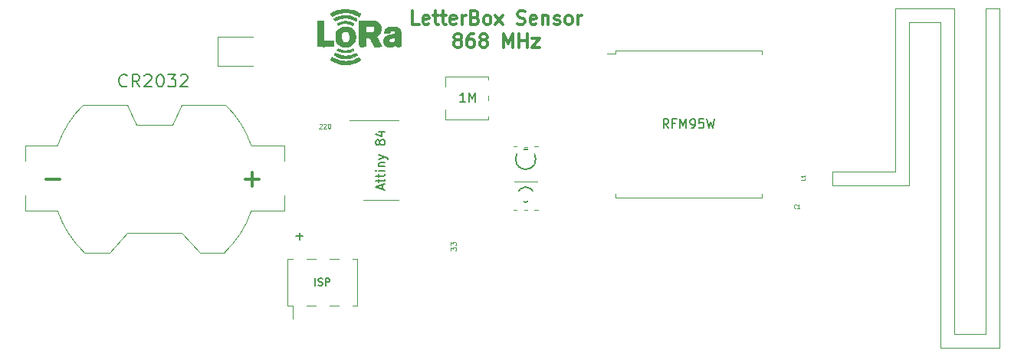
<source format=gto>
G04 #@! TF.GenerationSoftware,KiCad,Pcbnew,(5.1.2-1)-1*
G04 #@! TF.CreationDate,2019-09-23T09:48:08+02:00*
G04 #@! TF.ProjectId,briefkastensensor,62726965-666b-4617-9374-656e73656e73,rev?*
G04 #@! TF.SameCoordinates,Original*
G04 #@! TF.FileFunction,Legend,Top*
G04 #@! TF.FilePolarity,Positive*
%FSLAX46Y46*%
G04 Gerber Fmt 4.6, Leading zero omitted, Abs format (unit mm)*
G04 Created by KiCad (PCBNEW (5.1.2-1)-1) date 2019-09-23 09:48:08*
%MOMM*%
%LPD*%
G04 APERTURE LIST*
%ADD10C,0.300000*%
%ADD11C,0.120000*%
%ADD12C,0.200000*%
%ADD13C,0.010000*%
%ADD14C,0.125000*%
%ADD15C,0.100000*%
%ADD16C,0.150000*%
%ADD17R,2.642000X3.612000*%
%ADD18C,1.352000*%
%ADD19C,1.052000*%
%ADD20C,0.977000*%
%ADD21R,0.702000X3.102000*%
%ADD22R,0.302000X0.702000*%
%ADD23R,2.102000X1.102000*%
%ADD24C,0.702000*%
%ADD25R,1.102000X3.252000*%
%ADD26R,1.652000X2.302000*%
%ADD27R,2.602000X2.302000*%
%ADD28R,1.402000X1.402000*%
%ADD29R,1.402000X2.102000*%
G04 APERTURE END LIST*
D10*
X107988095Y-87642857D02*
X109511904Y-87642857D01*
X129988095Y-87642857D02*
X131511904Y-87642857D01*
X130750000Y-88404761D02*
X130750000Y-86880952D01*
X149223685Y-70503571D02*
X148509400Y-70503571D01*
X148509400Y-69003571D01*
X150295114Y-70432142D02*
X150152257Y-70503571D01*
X149866542Y-70503571D01*
X149723685Y-70432142D01*
X149652257Y-70289285D01*
X149652257Y-69717857D01*
X149723685Y-69575000D01*
X149866542Y-69503571D01*
X150152257Y-69503571D01*
X150295114Y-69575000D01*
X150366542Y-69717857D01*
X150366542Y-69860714D01*
X149652257Y-70003571D01*
X150795114Y-69503571D02*
X151366542Y-69503571D01*
X151009400Y-69003571D02*
X151009400Y-70289285D01*
X151080828Y-70432142D01*
X151223685Y-70503571D01*
X151366542Y-70503571D01*
X151652257Y-69503571D02*
X152223685Y-69503571D01*
X151866542Y-69003571D02*
X151866542Y-70289285D01*
X151937971Y-70432142D01*
X152080828Y-70503571D01*
X152223685Y-70503571D01*
X153295114Y-70432142D02*
X153152257Y-70503571D01*
X152866542Y-70503571D01*
X152723685Y-70432142D01*
X152652257Y-70289285D01*
X152652257Y-69717857D01*
X152723685Y-69575000D01*
X152866542Y-69503571D01*
X153152257Y-69503571D01*
X153295114Y-69575000D01*
X153366542Y-69717857D01*
X153366542Y-69860714D01*
X152652257Y-70003571D01*
X154009400Y-70503571D02*
X154009400Y-69503571D01*
X154009400Y-69789285D02*
X154080828Y-69646428D01*
X154152257Y-69575000D01*
X154295114Y-69503571D01*
X154437971Y-69503571D01*
X155437971Y-69717857D02*
X155652257Y-69789285D01*
X155723685Y-69860714D01*
X155795114Y-70003571D01*
X155795114Y-70217857D01*
X155723685Y-70360714D01*
X155652257Y-70432142D01*
X155509400Y-70503571D01*
X154937971Y-70503571D01*
X154937971Y-69003571D01*
X155437971Y-69003571D01*
X155580828Y-69075000D01*
X155652257Y-69146428D01*
X155723685Y-69289285D01*
X155723685Y-69432142D01*
X155652257Y-69575000D01*
X155580828Y-69646428D01*
X155437971Y-69717857D01*
X154937971Y-69717857D01*
X156652257Y-70503571D02*
X156509400Y-70432142D01*
X156437971Y-70360714D01*
X156366542Y-70217857D01*
X156366542Y-69789285D01*
X156437971Y-69646428D01*
X156509400Y-69575000D01*
X156652257Y-69503571D01*
X156866542Y-69503571D01*
X157009400Y-69575000D01*
X157080828Y-69646428D01*
X157152257Y-69789285D01*
X157152257Y-70217857D01*
X157080828Y-70360714D01*
X157009400Y-70432142D01*
X156866542Y-70503571D01*
X156652257Y-70503571D01*
X157652257Y-70503571D02*
X158437971Y-69503571D01*
X157652257Y-69503571D02*
X158437971Y-70503571D01*
X160080828Y-70432142D02*
X160295114Y-70503571D01*
X160652257Y-70503571D01*
X160795114Y-70432142D01*
X160866542Y-70360714D01*
X160937971Y-70217857D01*
X160937971Y-70075000D01*
X160866542Y-69932142D01*
X160795114Y-69860714D01*
X160652257Y-69789285D01*
X160366542Y-69717857D01*
X160223685Y-69646428D01*
X160152257Y-69575000D01*
X160080828Y-69432142D01*
X160080828Y-69289285D01*
X160152257Y-69146428D01*
X160223685Y-69075000D01*
X160366542Y-69003571D01*
X160723685Y-69003571D01*
X160937971Y-69075000D01*
X162152257Y-70432142D02*
X162009400Y-70503571D01*
X161723685Y-70503571D01*
X161580828Y-70432142D01*
X161509400Y-70289285D01*
X161509400Y-69717857D01*
X161580828Y-69575000D01*
X161723685Y-69503571D01*
X162009400Y-69503571D01*
X162152257Y-69575000D01*
X162223685Y-69717857D01*
X162223685Y-69860714D01*
X161509400Y-70003571D01*
X162866542Y-69503571D02*
X162866542Y-70503571D01*
X162866542Y-69646428D02*
X162937971Y-69575000D01*
X163080828Y-69503571D01*
X163295114Y-69503571D01*
X163437971Y-69575000D01*
X163509400Y-69717857D01*
X163509400Y-70503571D01*
X164152257Y-70432142D02*
X164295114Y-70503571D01*
X164580828Y-70503571D01*
X164723685Y-70432142D01*
X164795114Y-70289285D01*
X164795114Y-70217857D01*
X164723685Y-70075000D01*
X164580828Y-70003571D01*
X164366542Y-70003571D01*
X164223685Y-69932142D01*
X164152257Y-69789285D01*
X164152257Y-69717857D01*
X164223685Y-69575000D01*
X164366542Y-69503571D01*
X164580828Y-69503571D01*
X164723685Y-69575000D01*
X165652257Y-70503571D02*
X165509400Y-70432142D01*
X165437971Y-70360714D01*
X165366542Y-70217857D01*
X165366542Y-69789285D01*
X165437971Y-69646428D01*
X165509400Y-69575000D01*
X165652257Y-69503571D01*
X165866542Y-69503571D01*
X166009400Y-69575000D01*
X166080828Y-69646428D01*
X166152257Y-69789285D01*
X166152257Y-70217857D01*
X166080828Y-70360714D01*
X166009400Y-70432142D01*
X165866542Y-70503571D01*
X165652257Y-70503571D01*
X166795114Y-70503571D02*
X166795114Y-69503571D01*
X166795114Y-69789285D02*
X166866542Y-69646428D01*
X166937971Y-69575000D01*
X167080828Y-69503571D01*
X167223685Y-69503571D01*
X153366542Y-72196428D02*
X153223685Y-72125000D01*
X153152257Y-72053571D01*
X153080828Y-71910714D01*
X153080828Y-71839285D01*
X153152257Y-71696428D01*
X153223685Y-71625000D01*
X153366542Y-71553571D01*
X153652257Y-71553571D01*
X153795114Y-71625000D01*
X153866542Y-71696428D01*
X153937971Y-71839285D01*
X153937971Y-71910714D01*
X153866542Y-72053571D01*
X153795114Y-72125000D01*
X153652257Y-72196428D01*
X153366542Y-72196428D01*
X153223685Y-72267857D01*
X153152257Y-72339285D01*
X153080828Y-72482142D01*
X153080828Y-72767857D01*
X153152257Y-72910714D01*
X153223685Y-72982142D01*
X153366542Y-73053571D01*
X153652257Y-73053571D01*
X153795114Y-72982142D01*
X153866542Y-72910714D01*
X153937971Y-72767857D01*
X153937971Y-72482142D01*
X153866542Y-72339285D01*
X153795114Y-72267857D01*
X153652257Y-72196428D01*
X155223685Y-71553571D02*
X154937971Y-71553571D01*
X154795114Y-71625000D01*
X154723685Y-71696428D01*
X154580828Y-71910714D01*
X154509400Y-72196428D01*
X154509400Y-72767857D01*
X154580828Y-72910714D01*
X154652257Y-72982142D01*
X154795114Y-73053571D01*
X155080828Y-73053571D01*
X155223685Y-72982142D01*
X155295114Y-72910714D01*
X155366542Y-72767857D01*
X155366542Y-72410714D01*
X155295114Y-72267857D01*
X155223685Y-72196428D01*
X155080828Y-72125000D01*
X154795114Y-72125000D01*
X154652257Y-72196428D01*
X154580828Y-72267857D01*
X154509400Y-72410714D01*
X156223685Y-72196428D02*
X156080828Y-72125000D01*
X156009400Y-72053571D01*
X155937971Y-71910714D01*
X155937971Y-71839285D01*
X156009400Y-71696428D01*
X156080828Y-71625000D01*
X156223685Y-71553571D01*
X156509400Y-71553571D01*
X156652257Y-71625000D01*
X156723685Y-71696428D01*
X156795114Y-71839285D01*
X156795114Y-71910714D01*
X156723685Y-72053571D01*
X156652257Y-72125000D01*
X156509400Y-72196428D01*
X156223685Y-72196428D01*
X156080828Y-72267857D01*
X156009400Y-72339285D01*
X155937971Y-72482142D01*
X155937971Y-72767857D01*
X156009400Y-72910714D01*
X156080828Y-72982142D01*
X156223685Y-73053571D01*
X156509400Y-73053571D01*
X156652257Y-72982142D01*
X156723685Y-72910714D01*
X156795114Y-72767857D01*
X156795114Y-72482142D01*
X156723685Y-72339285D01*
X156652257Y-72267857D01*
X156509400Y-72196428D01*
X158580828Y-73053571D02*
X158580828Y-71553571D01*
X159080828Y-72625000D01*
X159580828Y-71553571D01*
X159580828Y-73053571D01*
X160295114Y-73053571D02*
X160295114Y-71553571D01*
X160295114Y-72267857D02*
X161152257Y-72267857D01*
X161152257Y-73053571D02*
X161152257Y-71553571D01*
X161723685Y-72053571D02*
X162509400Y-72053571D01*
X161723685Y-73053571D01*
X162509400Y-73053571D01*
D11*
X115000000Y-95707031D02*
X117000000Y-93500000D01*
X123000000Y-93500000D02*
X117000000Y-93500000D01*
X125000000Y-95707031D02*
X123000000Y-93500000D01*
X115000000Y-95707031D02*
X112254317Y-95707031D01*
X127745683Y-95707031D02*
X125000000Y-95707031D01*
X134310000Y-91110000D02*
X130692000Y-91110000D01*
X134310000Y-89400000D02*
X134310000Y-91110000D01*
X105690000Y-89400000D02*
X105690000Y-91110000D01*
X109308000Y-91110000D02*
X105690000Y-91110000D01*
X105690000Y-83890000D02*
X109308000Y-83890000D01*
X105690000Y-85600000D02*
X105690000Y-83890000D01*
X112152700Y-79390000D02*
X117000000Y-79390000D01*
X118000000Y-81590000D02*
X117000000Y-79390000D01*
X118000000Y-81590000D02*
X122000000Y-81590000D01*
X122000000Y-81590000D02*
X123000000Y-79390000D01*
X123000000Y-79390000D02*
X127847300Y-79390000D01*
X130692000Y-83890000D02*
X134310000Y-83890000D01*
X134310000Y-85600000D02*
X134310000Y-83890000D01*
X127745683Y-95707030D02*
G75*
G03X130692000Y-91110000I-7745683J8207030D01*
G01*
X112154630Y-79388211D02*
G75*
G03X109308000Y-83890000I7845370J-8111789D01*
G01*
X112254317Y-95707030D02*
G75*
G02X109308000Y-91110000I7745683J8207030D01*
G01*
X127845370Y-79388211D02*
G75*
G02X130692000Y-83890000I-7845370J-8111789D01*
G01*
X160047500Y-90992500D02*
X159666500Y-90992500D01*
X161952500Y-90992500D02*
X162333500Y-90992500D01*
X161952500Y-84007500D02*
X162333500Y-84007500D01*
X159666500Y-84007500D02*
X160047500Y-84007500D01*
X160847600Y-84020200D02*
X161152400Y-84020200D01*
X160847600Y-90979800D02*
X161152400Y-90979800D01*
X159780800Y-87881000D02*
X162244600Y-87881000D01*
D12*
X161850000Y-89300000D02*
G75*
G03X161850000Y-89300000I-850000J0D01*
G01*
X162100000Y-85400000D02*
G75*
G03X162100000Y-85400000I-1100000J0D01*
G01*
D11*
X211850000Y-68750000D02*
X213350000Y-68750000D01*
X211850000Y-104750000D02*
X211850000Y-68750000D01*
X208350000Y-104750000D02*
X211850000Y-104750000D01*
X208350000Y-68750000D02*
X208350000Y-104750000D01*
X201850000Y-68750000D02*
X208350000Y-68750000D01*
X201850000Y-86750000D02*
X201850000Y-68750000D01*
X194850000Y-86750000D02*
X201850000Y-86750000D01*
X194850000Y-88250000D02*
X194850000Y-86750000D01*
X203350000Y-88250000D02*
X194850000Y-88250000D01*
X203350000Y-70250000D02*
X203350000Y-88250000D01*
X206850000Y-70250000D02*
X203350000Y-70250000D01*
X206850000Y-106250000D02*
X206850000Y-70250000D01*
X213350000Y-106250000D02*
X206850000Y-106250000D01*
X213350000Y-68750000D02*
X213350000Y-106250000D01*
X170900000Y-73750000D02*
X170000000Y-73750000D01*
X170900000Y-73400000D02*
X170900000Y-73750000D01*
X187100000Y-89600000D02*
X187100000Y-89200000D01*
X170900000Y-89600000D02*
X187100000Y-89600000D01*
X170900000Y-89200000D02*
X170900000Y-89600000D01*
X187100000Y-73400000D02*
X187100000Y-73800000D01*
X170900000Y-73400000D02*
X187100000Y-73400000D01*
X145000000Y-81065000D02*
X141550000Y-81065000D01*
X145000000Y-81065000D02*
X146950000Y-81065000D01*
X145000000Y-89935000D02*
X143050000Y-89935000D01*
X145000000Y-89935000D02*
X146950000Y-89935000D01*
X139300000Y-96375000D02*
X140320000Y-96375000D01*
X139300000Y-101575000D02*
X140320000Y-101575000D01*
X136760000Y-96375000D02*
X137780000Y-96375000D01*
X136760000Y-101575000D02*
X137780000Y-101575000D01*
X141840000Y-96375000D02*
X142410000Y-96375000D01*
X141840000Y-101575000D02*
X142410000Y-101575000D01*
X134670000Y-96375000D02*
X135240000Y-96375000D01*
X134670000Y-101575000D02*
X135240000Y-101575000D01*
X135240000Y-103015000D02*
X135240000Y-101575000D01*
X142410000Y-101575000D02*
X142410000Y-96375000D01*
X134670000Y-101575000D02*
X134670000Y-96375000D01*
D13*
G36*
X141331297Y-68816468D02*
G01*
X141645668Y-68856629D01*
X141937276Y-68922724D01*
X142137785Y-68991170D01*
X142309395Y-69064914D01*
X142466750Y-69140029D01*
X142597493Y-69210222D01*
X142689265Y-69269202D01*
X142699572Y-69277231D01*
X142766684Y-69331575D01*
X142661561Y-69477899D01*
X142606723Y-69553150D01*
X142566756Y-69605958D01*
X142551022Y-69624222D01*
X142529220Y-69607492D01*
X142504281Y-69584474D01*
X142423006Y-69525202D01*
X142299587Y-69458422D01*
X142146876Y-69389329D01*
X141977723Y-69323121D01*
X141804980Y-69264996D01*
X141641499Y-69220150D01*
X141561717Y-69203307D01*
X141416256Y-69185406D01*
X141233737Y-69175753D01*
X141032914Y-69174177D01*
X140832540Y-69180506D01*
X140651371Y-69194570D01*
X140525160Y-69212735D01*
X140343486Y-69257174D01*
X140147890Y-69320459D01*
X139958352Y-69395084D01*
X139794850Y-69473544D01*
X139729375Y-69511695D01*
X139598158Y-69594910D01*
X139500201Y-69461400D01*
X139447380Y-69386267D01*
X139411533Y-69329276D01*
X139401544Y-69307076D01*
X139426036Y-69270443D01*
X139495485Y-69221046D01*
X139600929Y-69162822D01*
X139733408Y-69099707D01*
X139883960Y-69035637D01*
X140043626Y-68974550D01*
X140203442Y-68920381D01*
X140354450Y-68877067D01*
X140411499Y-68863413D01*
X140698223Y-68818676D01*
X141010152Y-68803422D01*
X141331297Y-68816468D01*
X141331297Y-68816468D01*
G37*
X141331297Y-68816468D02*
X141645668Y-68856629D01*
X141937276Y-68922724D01*
X142137785Y-68991170D01*
X142309395Y-69064914D01*
X142466750Y-69140029D01*
X142597493Y-69210222D01*
X142689265Y-69269202D01*
X142699572Y-69277231D01*
X142766684Y-69331575D01*
X142661561Y-69477899D01*
X142606723Y-69553150D01*
X142566756Y-69605958D01*
X142551022Y-69624222D01*
X142529220Y-69607492D01*
X142504281Y-69584474D01*
X142423006Y-69525202D01*
X142299587Y-69458422D01*
X142146876Y-69389329D01*
X141977723Y-69323121D01*
X141804980Y-69264996D01*
X141641499Y-69220150D01*
X141561717Y-69203307D01*
X141416256Y-69185406D01*
X141233737Y-69175753D01*
X141032914Y-69174177D01*
X140832540Y-69180506D01*
X140651371Y-69194570D01*
X140525160Y-69212735D01*
X140343486Y-69257174D01*
X140147890Y-69320459D01*
X139958352Y-69395084D01*
X139794850Y-69473544D01*
X139729375Y-69511695D01*
X139598158Y-69594910D01*
X139500201Y-69461400D01*
X139447380Y-69386267D01*
X139411533Y-69329276D01*
X139401544Y-69307076D01*
X139426036Y-69270443D01*
X139495485Y-69221046D01*
X139600929Y-69162822D01*
X139733408Y-69099707D01*
X139883960Y-69035637D01*
X140043626Y-68974550D01*
X140203442Y-68920381D01*
X140354450Y-68877067D01*
X140411499Y-68863413D01*
X140698223Y-68818676D01*
X141010152Y-68803422D01*
X141331297Y-68816468D01*
G36*
X141260855Y-69473281D02*
G01*
X141593491Y-69525739D01*
X141913816Y-69621211D01*
X142124289Y-69713069D01*
X142240670Y-69773407D01*
X142312239Y-69819060D01*
X142345219Y-69859464D01*
X142345828Y-69904049D01*
X142320290Y-69962249D01*
X142305868Y-69988395D01*
X142264581Y-70055874D01*
X142233418Y-70096132D01*
X142224925Y-70101340D01*
X142193165Y-70086477D01*
X142131067Y-70051895D01*
X142096067Y-70031343D01*
X142016303Y-69990003D01*
X141903839Y-69939504D01*
X141779371Y-69888993D01*
X141743289Y-69875392D01*
X141625383Y-69834687D01*
X141521110Y-69807154D01*
X141411461Y-69789430D01*
X141277430Y-69778149D01*
X141161422Y-69772389D01*
X140900415Y-69771057D01*
X140674207Y-69793266D01*
X140464864Y-69842433D01*
X140254449Y-69921972D01*
X140169745Y-69961226D01*
X140066746Y-70007819D01*
X139982392Y-70040011D01*
X139929647Y-70053111D01*
X139919871Y-70051675D01*
X139888608Y-70018360D01*
X139842106Y-69958182D01*
X139828792Y-69939563D01*
X139788516Y-69878419D01*
X139779778Y-69843998D01*
X139800595Y-69817612D01*
X139814681Y-69806678D01*
X139898497Y-69756726D01*
X140022591Y-69699062D01*
X140172372Y-69639199D01*
X140333245Y-69582653D01*
X140490616Y-69534939D01*
X140613222Y-69504924D01*
X140929551Y-69465716D01*
X141260855Y-69473281D01*
X141260855Y-69473281D01*
G37*
X141260855Y-69473281D02*
X141593491Y-69525739D01*
X141913816Y-69621211D01*
X142124289Y-69713069D01*
X142240670Y-69773407D01*
X142312239Y-69819060D01*
X142345219Y-69859464D01*
X142345828Y-69904049D01*
X142320290Y-69962249D01*
X142305868Y-69988395D01*
X142264581Y-70055874D01*
X142233418Y-70096132D01*
X142224925Y-70101340D01*
X142193165Y-70086477D01*
X142131067Y-70051895D01*
X142096067Y-70031343D01*
X142016303Y-69990003D01*
X141903839Y-69939504D01*
X141779371Y-69888993D01*
X141743289Y-69875392D01*
X141625383Y-69834687D01*
X141521110Y-69807154D01*
X141411461Y-69789430D01*
X141277430Y-69778149D01*
X141161422Y-69772389D01*
X140900415Y-69771057D01*
X140674207Y-69793266D01*
X140464864Y-69842433D01*
X140254449Y-69921972D01*
X140169745Y-69961226D01*
X140066746Y-70007819D01*
X139982392Y-70040011D01*
X139929647Y-70053111D01*
X139919871Y-70051675D01*
X139888608Y-70018360D01*
X139842106Y-69958182D01*
X139828792Y-69939563D01*
X139788516Y-69878419D01*
X139779778Y-69843998D01*
X139800595Y-69817612D01*
X139814681Y-69806678D01*
X139898497Y-69756726D01*
X140022591Y-69699062D01*
X140172372Y-69639199D01*
X140333245Y-69582653D01*
X140490616Y-69534939D01*
X140613222Y-69504924D01*
X140929551Y-69465716D01*
X141260855Y-69473281D01*
G36*
X141195621Y-70124468D02*
G01*
X141320860Y-70135109D01*
X141437014Y-70157377D01*
X141567648Y-70194537D01*
X141573956Y-70196520D01*
X141727276Y-70249848D01*
X141853410Y-70303537D01*
X141944341Y-70353528D01*
X141992053Y-70395761D01*
X141997289Y-70410903D01*
X141981052Y-70449328D01*
X141944575Y-70501513D01*
X141891861Y-70566612D01*
X141719064Y-70489065D01*
X141438679Y-70391162D01*
X141154661Y-70345460D01*
X140873685Y-70351921D01*
X140602427Y-70410511D01*
X140394191Y-70496270D01*
X140323686Y-70531247D01*
X140277960Y-70552061D01*
X140269802Y-70554669D01*
X140249355Y-70533896D01*
X140212233Y-70485860D01*
X140172874Y-70421039D01*
X140172946Y-70375082D01*
X140217484Y-70333944D01*
X140278884Y-70299948D01*
X140481314Y-70209981D01*
X140677313Y-70154066D01*
X140889500Y-70126904D01*
X141037733Y-70122185D01*
X141195621Y-70124468D01*
X141195621Y-70124468D01*
G37*
X141195621Y-70124468D02*
X141320860Y-70135109D01*
X141437014Y-70157377D01*
X141567648Y-70194537D01*
X141573956Y-70196520D01*
X141727276Y-70249848D01*
X141853410Y-70303537D01*
X141944341Y-70353528D01*
X141992053Y-70395761D01*
X141997289Y-70410903D01*
X141981052Y-70449328D01*
X141944575Y-70501513D01*
X141891861Y-70566612D01*
X141719064Y-70489065D01*
X141438679Y-70391162D01*
X141154661Y-70345460D01*
X140873685Y-70351921D01*
X140602427Y-70410511D01*
X140394191Y-70496270D01*
X140323686Y-70531247D01*
X140277960Y-70552061D01*
X140269802Y-70554669D01*
X140249355Y-70533896D01*
X140212233Y-70485860D01*
X140172874Y-70421039D01*
X140172946Y-70375082D01*
X140217484Y-70333944D01*
X140278884Y-70299948D01*
X140481314Y-70209981D01*
X140677313Y-70154066D01*
X140889500Y-70126904D01*
X141037733Y-70122185D01*
X141195621Y-70124468D01*
G36*
X143471900Y-70080413D02*
G01*
X143718080Y-70083138D01*
X143914683Y-70085804D01*
X144068572Y-70088961D01*
X144186612Y-70093155D01*
X144275665Y-70098936D01*
X144342597Y-70106850D01*
X144394270Y-70117445D01*
X144437548Y-70131270D01*
X144479296Y-70148872D01*
X144510354Y-70163298D01*
X144695095Y-70269775D01*
X144833188Y-70397309D01*
X144929152Y-70552944D01*
X144987505Y-70743726D01*
X145011219Y-70944226D01*
X145016119Y-71064472D01*
X145012003Y-71150319D01*
X144994805Y-71223597D01*
X144960459Y-71306132D01*
X144933358Y-71362220D01*
X144815504Y-71543516D01*
X144662119Y-71681084D01*
X144537289Y-71749638D01*
X144482855Y-71773803D01*
X144458973Y-71784938D01*
X144470070Y-71809550D01*
X144505455Y-71876055D01*
X144561246Y-71977433D01*
X144633560Y-72106662D01*
X144718516Y-72256723D01*
X144761963Y-72332897D01*
X144851425Y-72491616D01*
X144929425Y-72634310D01*
X144992151Y-72753641D01*
X145035790Y-72842271D01*
X145056531Y-72892865D01*
X145057336Y-72901340D01*
X145024932Y-72910520D01*
X144946997Y-72918172D01*
X144834439Y-72923605D01*
X144698167Y-72926127D01*
X144665075Y-72926222D01*
X144288192Y-72926222D01*
X144168805Y-72707500D01*
X144095844Y-72574343D01*
X144015612Y-72428705D01*
X143944519Y-72300362D01*
X143939433Y-72291222D01*
X143879990Y-72183390D01*
X143825278Y-72082313D01*
X143786127Y-72008026D01*
X143783030Y-72001944D01*
X143756902Y-71954811D01*
X143728169Y-71927439D01*
X143682026Y-71914459D01*
X143603671Y-71910500D01*
X143530173Y-71910222D01*
X143323733Y-71910222D01*
X143323733Y-72401091D01*
X143322623Y-72591705D01*
X143319028Y-72731616D01*
X143312546Y-72826528D01*
X143302779Y-72882146D01*
X143289326Y-72904171D01*
X143288456Y-72904527D01*
X143240863Y-72912072D01*
X143154776Y-72917759D01*
X143044123Y-72921493D01*
X142922837Y-72923179D01*
X142804849Y-72922722D01*
X142704088Y-72920027D01*
X142634487Y-72915000D01*
X142610507Y-72909144D01*
X142606474Y-72877693D01*
X142602704Y-72795250D01*
X142599273Y-72667268D01*
X142596262Y-72499199D01*
X142593748Y-72296494D01*
X142591809Y-72064607D01*
X142590524Y-71808989D01*
X142589971Y-71535093D01*
X142589956Y-71479765D01*
X142589956Y-71345701D01*
X143309622Y-71345701D01*
X143681729Y-71345739D01*
X143827309Y-71343749D01*
X143957822Y-71338284D01*
X144060046Y-71330150D01*
X144120758Y-71320150D01*
X144124878Y-71318768D01*
X144207593Y-71258305D01*
X144259902Y-71154596D01*
X144279468Y-71013367D01*
X144277418Y-70945045D01*
X144267127Y-70844271D01*
X144247754Y-70769879D01*
X144211508Y-70717643D01*
X144150602Y-70683334D01*
X144057245Y-70662727D01*
X143923648Y-70651592D01*
X143742023Y-70645703D01*
X143725195Y-70645332D01*
X143309622Y-70636331D01*
X143309622Y-71345701D01*
X142589956Y-71345701D01*
X142589956Y-70070938D01*
X143471900Y-70080413D01*
X143471900Y-70080413D01*
G37*
X143471900Y-70080413D02*
X143718080Y-70083138D01*
X143914683Y-70085804D01*
X144068572Y-70088961D01*
X144186612Y-70093155D01*
X144275665Y-70098936D01*
X144342597Y-70106850D01*
X144394270Y-70117445D01*
X144437548Y-70131270D01*
X144479296Y-70148872D01*
X144510354Y-70163298D01*
X144695095Y-70269775D01*
X144833188Y-70397309D01*
X144929152Y-70552944D01*
X144987505Y-70743726D01*
X145011219Y-70944226D01*
X145016119Y-71064472D01*
X145012003Y-71150319D01*
X144994805Y-71223597D01*
X144960459Y-71306132D01*
X144933358Y-71362220D01*
X144815504Y-71543516D01*
X144662119Y-71681084D01*
X144537289Y-71749638D01*
X144482855Y-71773803D01*
X144458973Y-71784938D01*
X144470070Y-71809550D01*
X144505455Y-71876055D01*
X144561246Y-71977433D01*
X144633560Y-72106662D01*
X144718516Y-72256723D01*
X144761963Y-72332897D01*
X144851425Y-72491616D01*
X144929425Y-72634310D01*
X144992151Y-72753641D01*
X145035790Y-72842271D01*
X145056531Y-72892865D01*
X145057336Y-72901340D01*
X145024932Y-72910520D01*
X144946997Y-72918172D01*
X144834439Y-72923605D01*
X144698167Y-72926127D01*
X144665075Y-72926222D01*
X144288192Y-72926222D01*
X144168805Y-72707500D01*
X144095844Y-72574343D01*
X144015612Y-72428705D01*
X143944519Y-72300362D01*
X143939433Y-72291222D01*
X143879990Y-72183390D01*
X143825278Y-72082313D01*
X143786127Y-72008026D01*
X143783030Y-72001944D01*
X143756902Y-71954811D01*
X143728169Y-71927439D01*
X143682026Y-71914459D01*
X143603671Y-71910500D01*
X143530173Y-71910222D01*
X143323733Y-71910222D01*
X143323733Y-72401091D01*
X143322623Y-72591705D01*
X143319028Y-72731616D01*
X143312546Y-72826528D01*
X143302779Y-72882146D01*
X143289326Y-72904171D01*
X143288456Y-72904527D01*
X143240863Y-72912072D01*
X143154776Y-72917759D01*
X143044123Y-72921493D01*
X142922837Y-72923179D01*
X142804849Y-72922722D01*
X142704088Y-72920027D01*
X142634487Y-72915000D01*
X142610507Y-72909144D01*
X142606474Y-72877693D01*
X142602704Y-72795250D01*
X142599273Y-72667268D01*
X142596262Y-72499199D01*
X142593748Y-72296494D01*
X142591809Y-72064607D01*
X142590524Y-71808989D01*
X142589971Y-71535093D01*
X142589956Y-71479765D01*
X142589956Y-71345701D01*
X143309622Y-71345701D01*
X143681729Y-71345739D01*
X143827309Y-71343749D01*
X143957822Y-71338284D01*
X144060046Y-71330150D01*
X144120758Y-71320150D01*
X144124878Y-71318768D01*
X144207593Y-71258305D01*
X144259902Y-71154596D01*
X144279468Y-71013367D01*
X144277418Y-70945045D01*
X144267127Y-70844271D01*
X144247754Y-70769879D01*
X144211508Y-70717643D01*
X144150602Y-70683334D01*
X144057245Y-70662727D01*
X143923648Y-70651592D01*
X143742023Y-70645703D01*
X143725195Y-70645332D01*
X143309622Y-70636331D01*
X143309622Y-71345701D01*
X142589956Y-71345701D01*
X142589956Y-70070938D01*
X143471900Y-70080413D01*
G36*
X138667067Y-72270528D02*
G01*
X138730567Y-72287545D01*
X138779010Y-72293185D01*
X138873163Y-72298081D01*
X139002292Y-72301895D01*
X139155663Y-72304288D01*
X139281855Y-72304948D01*
X139769643Y-72305333D01*
X139761633Y-72608722D01*
X139753622Y-72912111D01*
X138875254Y-72918039D01*
X138658057Y-72918953D01*
X138459273Y-72918732D01*
X138285857Y-72917467D01*
X138144763Y-72915248D01*
X138042946Y-72912169D01*
X137987363Y-72908319D01*
X137979198Y-72906280D01*
X137975726Y-72875402D01*
X137972479Y-72793522D01*
X137969525Y-72666083D01*
X137966933Y-72498527D01*
X137964769Y-72296297D01*
X137963101Y-72064835D01*
X137961997Y-71809584D01*
X137961524Y-71535986D01*
X137961511Y-71482185D01*
X137961511Y-70075778D01*
X138667067Y-70075778D01*
X138667067Y-72270528D01*
X138667067Y-72270528D01*
G37*
X138667067Y-72270528D02*
X138730567Y-72287545D01*
X138779010Y-72293185D01*
X138873163Y-72298081D01*
X139002292Y-72301895D01*
X139155663Y-72304288D01*
X139281855Y-72304948D01*
X139769643Y-72305333D01*
X139761633Y-72608722D01*
X139753622Y-72912111D01*
X138875254Y-72918039D01*
X138658057Y-72918953D01*
X138459273Y-72918732D01*
X138285857Y-72917467D01*
X138144763Y-72915248D01*
X138042946Y-72912169D01*
X137987363Y-72908319D01*
X137979198Y-72906280D01*
X137975726Y-72875402D01*
X137972479Y-72793522D01*
X137969525Y-72666083D01*
X137966933Y-72498527D01*
X137964769Y-72296297D01*
X137963101Y-72064835D01*
X137961997Y-71809584D01*
X137961524Y-71535986D01*
X137961511Y-71482185D01*
X137961511Y-70075778D01*
X138667067Y-70075778D01*
X138667067Y-72270528D01*
G36*
X146506372Y-70751025D02*
G01*
X146707327Y-70781586D01*
X146867903Y-70836756D01*
X146994295Y-70918816D01*
X147092694Y-71030048D01*
X147109736Y-71056280D01*
X147126237Y-71083163D01*
X147139918Y-71109049D01*
X147151135Y-71139309D01*
X147160243Y-71179313D01*
X147167596Y-71234434D01*
X147173551Y-71310043D01*
X147178462Y-71411510D01*
X147182684Y-71544207D01*
X147186574Y-71713505D01*
X147190485Y-71924776D01*
X147194774Y-72183390D01*
X147198154Y-72393134D01*
X147206621Y-72918378D01*
X146951236Y-72921136D01*
X146833360Y-72919898D01*
X146734961Y-72914246D01*
X146671188Y-72905247D01*
X146658037Y-72900522D01*
X146627855Y-72856825D01*
X146615922Y-72802929D01*
X146609455Y-72748089D01*
X146601585Y-72728686D01*
X146575730Y-72745015D01*
X146524108Y-72785560D01*
X146508571Y-72798487D01*
X146434534Y-72844484D01*
X146326909Y-72892694D01*
X146205796Y-72936032D01*
X146091296Y-72967414D01*
X146003509Y-72979753D01*
X145994816Y-72979574D01*
X145929051Y-72972201D01*
X145839515Y-72957627D01*
X145812657Y-72952536D01*
X145630318Y-72891561D01*
X145473623Y-72789254D01*
X145371098Y-72676846D01*
X145326302Y-72607296D01*
X145300445Y-72544695D01*
X145288444Y-72469015D01*
X145285219Y-72360229D01*
X145285178Y-72338180D01*
X145286948Y-72270434D01*
X145891956Y-72270434D01*
X145913276Y-72372171D01*
X145978431Y-72439327D01*
X146077705Y-72472088D01*
X146220577Y-72482232D01*
X146332152Y-72456313D01*
X146425880Y-72392146D01*
X146502650Y-72286538D01*
X146552535Y-72146067D01*
X146569131Y-71998885D01*
X146568815Y-71956715D01*
X146561923Y-71929934D01*
X146539787Y-71918601D01*
X146493739Y-71922774D01*
X146415112Y-71942509D01*
X146295238Y-71977865D01*
X146217776Y-72001223D01*
X146059600Y-72061379D01*
X145954821Y-72131353D01*
X145900923Y-72213224D01*
X145891956Y-72270434D01*
X145286948Y-72270434D01*
X145288376Y-72215844D01*
X145301131Y-72128192D01*
X145328180Y-72053669D01*
X145361142Y-71992673D01*
X145449969Y-71875985D01*
X145570769Y-71778210D01*
X145729034Y-71696737D01*
X145930255Y-71628956D01*
X146179924Y-71572255D01*
X146284071Y-71553828D01*
X146569289Y-71506460D01*
X146569289Y-71396614D01*
X146547377Y-71279540D01*
X146482622Y-71198746D01*
X146376494Y-71155548D01*
X146292155Y-71148222D01*
X146156097Y-71167989D01*
X146058114Y-71225709D01*
X146001767Y-71319015D01*
X145994947Y-71345875D01*
X145977649Y-71432364D01*
X145673747Y-71424349D01*
X145369844Y-71416333D01*
X145378722Y-71303444D01*
X145410304Y-71173790D01*
X145477080Y-71041661D01*
X145565503Y-70931167D01*
X145607977Y-70895472D01*
X145714855Y-70830687D01*
X145830998Y-70786102D01*
X145969478Y-70758651D01*
X146143367Y-70745267D01*
X146258844Y-70742791D01*
X146506372Y-70751025D01*
X146506372Y-70751025D01*
G37*
X146506372Y-70751025D02*
X146707327Y-70781586D01*
X146867903Y-70836756D01*
X146994295Y-70918816D01*
X147092694Y-71030048D01*
X147109736Y-71056280D01*
X147126237Y-71083163D01*
X147139918Y-71109049D01*
X147151135Y-71139309D01*
X147160243Y-71179313D01*
X147167596Y-71234434D01*
X147173551Y-71310043D01*
X147178462Y-71411510D01*
X147182684Y-71544207D01*
X147186574Y-71713505D01*
X147190485Y-71924776D01*
X147194774Y-72183390D01*
X147198154Y-72393134D01*
X147206621Y-72918378D01*
X146951236Y-72921136D01*
X146833360Y-72919898D01*
X146734961Y-72914246D01*
X146671188Y-72905247D01*
X146658037Y-72900522D01*
X146627855Y-72856825D01*
X146615922Y-72802929D01*
X146609455Y-72748089D01*
X146601585Y-72728686D01*
X146575730Y-72745015D01*
X146524108Y-72785560D01*
X146508571Y-72798487D01*
X146434534Y-72844484D01*
X146326909Y-72892694D01*
X146205796Y-72936032D01*
X146091296Y-72967414D01*
X146003509Y-72979753D01*
X145994816Y-72979574D01*
X145929051Y-72972201D01*
X145839515Y-72957627D01*
X145812657Y-72952536D01*
X145630318Y-72891561D01*
X145473623Y-72789254D01*
X145371098Y-72676846D01*
X145326302Y-72607296D01*
X145300445Y-72544695D01*
X145288444Y-72469015D01*
X145285219Y-72360229D01*
X145285178Y-72338180D01*
X145286948Y-72270434D01*
X145891956Y-72270434D01*
X145913276Y-72372171D01*
X145978431Y-72439327D01*
X146077705Y-72472088D01*
X146220577Y-72482232D01*
X146332152Y-72456313D01*
X146425880Y-72392146D01*
X146502650Y-72286538D01*
X146552535Y-72146067D01*
X146569131Y-71998885D01*
X146568815Y-71956715D01*
X146561923Y-71929934D01*
X146539787Y-71918601D01*
X146493739Y-71922774D01*
X146415112Y-71942509D01*
X146295238Y-71977865D01*
X146217776Y-72001223D01*
X146059600Y-72061379D01*
X145954821Y-72131353D01*
X145900923Y-72213224D01*
X145891956Y-72270434D01*
X145286948Y-72270434D01*
X145288376Y-72215844D01*
X145301131Y-72128192D01*
X145328180Y-72053669D01*
X145361142Y-71992673D01*
X145449969Y-71875985D01*
X145570769Y-71778210D01*
X145729034Y-71696737D01*
X145930255Y-71628956D01*
X146179924Y-71572255D01*
X146284071Y-71553828D01*
X146569289Y-71506460D01*
X146569289Y-71396614D01*
X146547377Y-71279540D01*
X146482622Y-71198746D01*
X146376494Y-71155548D01*
X146292155Y-71148222D01*
X146156097Y-71167989D01*
X146058114Y-71225709D01*
X146001767Y-71319015D01*
X145994947Y-71345875D01*
X145977649Y-71432364D01*
X145673747Y-71424349D01*
X145369844Y-71416333D01*
X145378722Y-71303444D01*
X145410304Y-71173790D01*
X145477080Y-71041661D01*
X145565503Y-70931167D01*
X145607977Y-70895472D01*
X145714855Y-70830687D01*
X145830998Y-70786102D01*
X145969478Y-70758651D01*
X146143367Y-70745267D01*
X146258844Y-70742791D01*
X146506372Y-70751025D01*
G36*
X141345030Y-70759570D02*
G01*
X141384745Y-70769384D01*
X141620297Y-70851387D01*
X141812266Y-70965795D01*
X141965840Y-71116608D01*
X142086213Y-71307827D01*
X142087826Y-71311091D01*
X142126588Y-71392337D01*
X142152730Y-71459257D01*
X142168733Y-71526334D01*
X142177079Y-71608049D01*
X142180251Y-71718883D01*
X142180733Y-71853184D01*
X142179759Y-72005075D01*
X142175451Y-72114694D01*
X142165734Y-72196202D01*
X142148534Y-72263759D01*
X142121775Y-72331523D01*
X142105375Y-72367323D01*
X141981615Y-72567049D01*
X141816248Y-72730431D01*
X141613014Y-72854738D01*
X141375653Y-72937237D01*
X141304836Y-72952242D01*
X141166094Y-72973435D01*
X141048487Y-72978232D01*
X140926326Y-72966016D01*
X140790821Y-72939869D01*
X140552239Y-72862877D01*
X140350993Y-72743579D01*
X140186843Y-72581788D01*
X140059549Y-72377316D01*
X140053770Y-72365165D01*
X140022181Y-72293061D01*
X140001020Y-72227232D01*
X139988233Y-72153539D01*
X139981762Y-72057844D01*
X139979552Y-71926011D01*
X139979403Y-71854946D01*
X140608470Y-71854946D01*
X140626476Y-72063726D01*
X140677890Y-72230705D01*
X140761802Y-72354132D01*
X140877304Y-72432257D01*
X140914756Y-72445648D01*
X141075270Y-72470794D01*
X141226883Y-72451819D01*
X141271473Y-72435970D01*
X141380830Y-72369800D01*
X141461961Y-72272598D01*
X141519526Y-72136514D01*
X141558181Y-71953701D01*
X141558350Y-71952555D01*
X141563275Y-71807784D01*
X141542154Y-71653688D01*
X141499597Y-71512165D01*
X141444207Y-71410222D01*
X141332197Y-71305999D01*
X141197007Y-71246744D01*
X141050543Y-71233209D01*
X140904709Y-71266146D01*
X140771411Y-71346305D01*
X140749108Y-71366339D01*
X140680092Y-71452867D01*
X140635848Y-71562497D01*
X140613190Y-71706298D01*
X140608470Y-71854946D01*
X139979403Y-71854946D01*
X139979400Y-71853778D01*
X139980398Y-71701804D01*
X139984762Y-71592121D01*
X139994548Y-71510592D01*
X140011812Y-71443079D01*
X140038611Y-71375443D01*
X140053770Y-71342391D01*
X140176177Y-71138574D01*
X140333499Y-70977349D01*
X140528597Y-70856472D01*
X140764335Y-70773700D01*
X140786178Y-70768387D01*
X140984624Y-70733236D01*
X141162351Y-70730283D01*
X141345030Y-70759570D01*
X141345030Y-70759570D01*
G37*
X141345030Y-70759570D02*
X141384745Y-70769384D01*
X141620297Y-70851387D01*
X141812266Y-70965795D01*
X141965840Y-71116608D01*
X142086213Y-71307827D01*
X142087826Y-71311091D01*
X142126588Y-71392337D01*
X142152730Y-71459257D01*
X142168733Y-71526334D01*
X142177079Y-71608049D01*
X142180251Y-71718883D01*
X142180733Y-71853184D01*
X142179759Y-72005075D01*
X142175451Y-72114694D01*
X142165734Y-72196202D01*
X142148534Y-72263759D01*
X142121775Y-72331523D01*
X142105375Y-72367323D01*
X141981615Y-72567049D01*
X141816248Y-72730431D01*
X141613014Y-72854738D01*
X141375653Y-72937237D01*
X141304836Y-72952242D01*
X141166094Y-72973435D01*
X141048487Y-72978232D01*
X140926326Y-72966016D01*
X140790821Y-72939869D01*
X140552239Y-72862877D01*
X140350993Y-72743579D01*
X140186843Y-72581788D01*
X140059549Y-72377316D01*
X140053770Y-72365165D01*
X140022181Y-72293061D01*
X140001020Y-72227232D01*
X139988233Y-72153539D01*
X139981762Y-72057844D01*
X139979552Y-71926011D01*
X139979403Y-71854946D01*
X140608470Y-71854946D01*
X140626476Y-72063726D01*
X140677890Y-72230705D01*
X140761802Y-72354132D01*
X140877304Y-72432257D01*
X140914756Y-72445648D01*
X141075270Y-72470794D01*
X141226883Y-72451819D01*
X141271473Y-72435970D01*
X141380830Y-72369800D01*
X141461961Y-72272598D01*
X141519526Y-72136514D01*
X141558181Y-71953701D01*
X141558350Y-71952555D01*
X141563275Y-71807784D01*
X141542154Y-71653688D01*
X141499597Y-71512165D01*
X141444207Y-71410222D01*
X141332197Y-71305999D01*
X141197007Y-71246744D01*
X141050543Y-71233209D01*
X140904709Y-71266146D01*
X140771411Y-71346305D01*
X140749108Y-71366339D01*
X140680092Y-71452867D01*
X140635848Y-71562497D01*
X140613190Y-71706298D01*
X140608470Y-71854946D01*
X139979403Y-71854946D01*
X139979400Y-71853778D01*
X139980398Y-71701804D01*
X139984762Y-71592121D01*
X139994548Y-71510592D01*
X140011812Y-71443079D01*
X140038611Y-71375443D01*
X140053770Y-71342391D01*
X140176177Y-71138574D01*
X140333499Y-70977349D01*
X140528597Y-70856472D01*
X140764335Y-70773700D01*
X140786178Y-70768387D01*
X140984624Y-70733236D01*
X141162351Y-70730283D01*
X141345030Y-70759570D01*
G36*
X140309972Y-73163144D02*
G01*
X140381240Y-73192422D01*
X140473160Y-73233603D01*
X140477176Y-73235467D01*
X140709865Y-73317703D01*
X140962812Y-73362424D01*
X141211063Y-73365428D01*
X141235289Y-73363208D01*
X141374918Y-73341396D01*
X141522775Y-73306060D01*
X141660620Y-73262605D01*
X141770212Y-73216437D01*
X141810642Y-73192691D01*
X141855842Y-73169554D01*
X141895326Y-73182041D01*
X141932415Y-73213782D01*
X141983003Y-73273041D01*
X141988671Y-73321522D01*
X141946239Y-73368173D01*
X141859707Y-73418323D01*
X141599376Y-73521480D01*
X141319127Y-73581122D01*
X141033745Y-73595623D01*
X140758019Y-73563361D01*
X140688829Y-73546871D01*
X140554307Y-73504434D01*
X140408432Y-73448513D01*
X140314394Y-73406297D01*
X140133641Y-73317313D01*
X140192498Y-73234657D01*
X140237295Y-73179935D01*
X140271034Y-73152682D01*
X140274486Y-73152000D01*
X140309972Y-73163144D01*
X140309972Y-73163144D01*
G37*
X140309972Y-73163144D02*
X140381240Y-73192422D01*
X140473160Y-73233603D01*
X140477176Y-73235467D01*
X140709865Y-73317703D01*
X140962812Y-73362424D01*
X141211063Y-73365428D01*
X141235289Y-73363208D01*
X141374918Y-73341396D01*
X141522775Y-73306060D01*
X141660620Y-73262605D01*
X141770212Y-73216437D01*
X141810642Y-73192691D01*
X141855842Y-73169554D01*
X141895326Y-73182041D01*
X141932415Y-73213782D01*
X141983003Y-73273041D01*
X141988671Y-73321522D01*
X141946239Y-73368173D01*
X141859707Y-73418323D01*
X141599376Y-73521480D01*
X141319127Y-73581122D01*
X141033745Y-73595623D01*
X140758019Y-73563361D01*
X140688829Y-73546871D01*
X140554307Y-73504434D01*
X140408432Y-73448513D01*
X140314394Y-73406297D01*
X140133641Y-73317313D01*
X140192498Y-73234657D01*
X140237295Y-73179935D01*
X140271034Y-73152682D01*
X140274486Y-73152000D01*
X140309972Y-73163144D01*
G36*
X140147088Y-73720959D02*
G01*
X140417628Y-73838766D01*
X140697797Y-73910977D01*
X141001796Y-73940939D01*
X141086065Y-73942222D01*
X141379123Y-73927134D01*
X141641053Y-73879342D01*
X141889207Y-73795055D01*
X142008071Y-73740743D01*
X142120164Y-73686687D01*
X142194722Y-73659474D01*
X142245130Y-73661589D01*
X142284771Y-73695515D01*
X142327029Y-73763738D01*
X142349250Y-73804080D01*
X142367494Y-73841312D01*
X142367446Y-73869146D01*
X142340874Y-73896431D01*
X142279545Y-73932022D01*
X142186400Y-73979183D01*
X141835954Y-74125229D01*
X141480699Y-74215828D01*
X141122504Y-74250639D01*
X140797844Y-74233825D01*
X140579322Y-74192206D01*
X140342953Y-74122041D01*
X140113905Y-74031329D01*
X140022883Y-73987459D01*
X139906399Y-73924057D01*
X139836954Y-73873648D01*
X139809493Y-73827492D01*
X139818961Y-73776853D01*
X139860303Y-73712990D01*
X139862468Y-73710142D01*
X139937847Y-73611316D01*
X140147088Y-73720959D01*
X140147088Y-73720959D01*
G37*
X140147088Y-73720959D02*
X140417628Y-73838766D01*
X140697797Y-73910977D01*
X141001796Y-73940939D01*
X141086065Y-73942222D01*
X141379123Y-73927134D01*
X141641053Y-73879342D01*
X141889207Y-73795055D01*
X142008071Y-73740743D01*
X142120164Y-73686687D01*
X142194722Y-73659474D01*
X142245130Y-73661589D01*
X142284771Y-73695515D01*
X142327029Y-73763738D01*
X142349250Y-73804080D01*
X142367494Y-73841312D01*
X142367446Y-73869146D01*
X142340874Y-73896431D01*
X142279545Y-73932022D01*
X142186400Y-73979183D01*
X141835954Y-74125229D01*
X141480699Y-74215828D01*
X141122504Y-74250639D01*
X140797844Y-74233825D01*
X140579322Y-74192206D01*
X140342953Y-74122041D01*
X140113905Y-74031329D01*
X140022883Y-73987459D01*
X139906399Y-73924057D01*
X139836954Y-73873648D01*
X139809493Y-73827492D01*
X139818961Y-73776853D01*
X139860303Y-73712990D01*
X139862468Y-73710142D01*
X139937847Y-73611316D01*
X140147088Y-73720959D01*
G36*
X139751271Y-74192443D02*
G01*
X140077609Y-74350987D01*
X140411329Y-74460269D01*
X140762956Y-74522968D01*
X141122400Y-74541830D01*
X141451628Y-74523757D01*
X141759985Y-74467008D01*
X142064675Y-74367508D01*
X142300711Y-74262581D01*
X142411885Y-74211253D01*
X142504296Y-74174414D01*
X142566544Y-74156257D01*
X142586562Y-74157405D01*
X142642202Y-74228727D01*
X142696564Y-74305708D01*
X142739011Y-74372435D01*
X142758907Y-74412993D01*
X142759289Y-74415826D01*
X142735057Y-74439685D01*
X142669490Y-74480168D01*
X142573278Y-74532010D01*
X142457112Y-74589945D01*
X142331686Y-74648708D01*
X142207688Y-74703033D01*
X142095812Y-74747655D01*
X142057952Y-74761230D01*
X141794352Y-74832116D01*
X141496690Y-74878839D01*
X141182250Y-74900680D01*
X140868315Y-74896920D01*
X140572169Y-74866840D01*
X140388622Y-74830702D01*
X140185142Y-74772227D01*
X139973896Y-74696556D01*
X139769532Y-74610046D01*
X139586694Y-74519057D01*
X139440030Y-74429945D01*
X139403154Y-74402884D01*
X139406139Y-74372653D01*
X139437273Y-74312053D01*
X139488983Y-74234419D01*
X139526925Y-74184975D01*
X139593093Y-74103172D01*
X139751271Y-74192443D01*
X139751271Y-74192443D01*
G37*
X139751271Y-74192443D02*
X140077609Y-74350987D01*
X140411329Y-74460269D01*
X140762956Y-74522968D01*
X141122400Y-74541830D01*
X141451628Y-74523757D01*
X141759985Y-74467008D01*
X142064675Y-74367508D01*
X142300711Y-74262581D01*
X142411885Y-74211253D01*
X142504296Y-74174414D01*
X142566544Y-74156257D01*
X142586562Y-74157405D01*
X142642202Y-74228727D01*
X142696564Y-74305708D01*
X142739011Y-74372435D01*
X142758907Y-74412993D01*
X142759289Y-74415826D01*
X142735057Y-74439685D01*
X142669490Y-74480168D01*
X142573278Y-74532010D01*
X142457112Y-74589945D01*
X142331686Y-74648708D01*
X142207688Y-74703033D01*
X142095812Y-74747655D01*
X142057952Y-74761230D01*
X141794352Y-74832116D01*
X141496690Y-74878839D01*
X141182250Y-74900680D01*
X140868315Y-74896920D01*
X140572169Y-74866840D01*
X140388622Y-74830702D01*
X140185142Y-74772227D01*
X139973896Y-74696556D01*
X139769532Y-74610046D01*
X139586694Y-74519057D01*
X139440030Y-74429945D01*
X139403154Y-74402884D01*
X139406139Y-74372653D01*
X139437273Y-74312053D01*
X139488983Y-74234419D01*
X139526925Y-74184975D01*
X139593093Y-74103172D01*
X139751271Y-74192443D01*
D11*
X127000000Y-71900000D02*
X127000000Y-75100000D01*
X130900000Y-75100000D02*
X127000000Y-75100000D01*
X130900000Y-71900000D02*
X127000000Y-71900000D01*
X156870000Y-81008400D02*
X152130000Y-81008400D01*
X156870000Y-76268400D02*
X152130000Y-76268400D01*
X152130000Y-79878400D02*
X152130000Y-81008400D01*
X152130000Y-76268400D02*
X152130000Y-77398400D01*
X156870000Y-78379400D02*
X156870000Y-78898400D01*
X156870000Y-76268400D02*
X156870000Y-76599400D01*
X156870000Y-80678400D02*
X156870000Y-81008400D01*
D12*
X116954666Y-77271500D02*
X116888000Y-77338166D01*
X116688000Y-77404833D01*
X116554666Y-77404833D01*
X116354666Y-77338166D01*
X116221333Y-77204833D01*
X116154666Y-77071500D01*
X116088000Y-76804833D01*
X116088000Y-76604833D01*
X116154666Y-76338166D01*
X116221333Y-76204833D01*
X116354666Y-76071500D01*
X116554666Y-76004833D01*
X116688000Y-76004833D01*
X116888000Y-76071500D01*
X116954666Y-76138166D01*
X118354666Y-77404833D02*
X117888000Y-76738166D01*
X117554666Y-77404833D02*
X117554666Y-76004833D01*
X118088000Y-76004833D01*
X118221333Y-76071500D01*
X118288000Y-76138166D01*
X118354666Y-76271500D01*
X118354666Y-76471500D01*
X118288000Y-76604833D01*
X118221333Y-76671500D01*
X118088000Y-76738166D01*
X117554666Y-76738166D01*
X118888000Y-76138166D02*
X118954666Y-76071500D01*
X119088000Y-76004833D01*
X119421333Y-76004833D01*
X119554666Y-76071500D01*
X119621333Y-76138166D01*
X119688000Y-76271500D01*
X119688000Y-76404833D01*
X119621333Y-76604833D01*
X118821333Y-77404833D01*
X119688000Y-77404833D01*
X120554666Y-76004833D02*
X120688000Y-76004833D01*
X120821333Y-76071500D01*
X120888000Y-76138166D01*
X120954666Y-76271500D01*
X121021333Y-76538166D01*
X121021333Y-76871500D01*
X120954666Y-77138166D01*
X120888000Y-77271500D01*
X120821333Y-77338166D01*
X120688000Y-77404833D01*
X120554666Y-77404833D01*
X120421333Y-77338166D01*
X120354666Y-77271500D01*
X120288000Y-77138166D01*
X120221333Y-76871500D01*
X120221333Y-76538166D01*
X120288000Y-76271500D01*
X120354666Y-76138166D01*
X120421333Y-76071500D01*
X120554666Y-76004833D01*
X121488000Y-76004833D02*
X122354666Y-76004833D01*
X121888000Y-76538166D01*
X122088000Y-76538166D01*
X122221333Y-76604833D01*
X122288000Y-76671500D01*
X122354666Y-76804833D01*
X122354666Y-77138166D01*
X122288000Y-77271500D01*
X122221333Y-77338166D01*
X122088000Y-77404833D01*
X121688000Y-77404833D01*
X121554666Y-77338166D01*
X121488000Y-77271500D01*
X122888000Y-76138166D02*
X122954666Y-76071500D01*
X123088000Y-76004833D01*
X123421333Y-76004833D01*
X123554666Y-76071500D01*
X123621333Y-76138166D01*
X123688000Y-76271500D01*
X123688000Y-76404833D01*
X123621333Y-76604833D01*
X122821333Y-77404833D01*
X123688000Y-77404833D01*
D11*
X152706428Y-95481714D02*
X152706428Y-95110285D01*
X152935000Y-95310285D01*
X152935000Y-95224571D01*
X152963571Y-95167428D01*
X152992142Y-95138857D01*
X153049285Y-95110285D01*
X153192142Y-95110285D01*
X153249285Y-95138857D01*
X153277857Y-95167428D01*
X153306428Y-95224571D01*
X153306428Y-95396000D01*
X153277857Y-95453142D01*
X153249285Y-95481714D01*
X152706428Y-94910285D02*
X152706428Y-94538857D01*
X152935000Y-94738857D01*
X152935000Y-94653142D01*
X152963571Y-94596000D01*
X152992142Y-94567428D01*
X153049285Y-94538857D01*
X153192142Y-94538857D01*
X153249285Y-94567428D01*
X153277857Y-94596000D01*
X153306428Y-94653142D01*
X153306428Y-94824571D01*
X153277857Y-94881714D01*
X153249285Y-94910285D01*
D14*
X138212352Y-81542009D02*
X138236161Y-81518200D01*
X138283780Y-81494390D01*
X138402828Y-81494390D01*
X138450447Y-81518200D01*
X138474257Y-81542009D01*
X138498066Y-81589628D01*
X138498066Y-81637247D01*
X138474257Y-81708676D01*
X138188542Y-81994390D01*
X138498066Y-81994390D01*
X138688542Y-81542009D02*
X138712352Y-81518200D01*
X138759971Y-81494390D01*
X138879019Y-81494390D01*
X138926638Y-81518200D01*
X138950447Y-81542009D01*
X138974257Y-81589628D01*
X138974257Y-81637247D01*
X138950447Y-81708676D01*
X138664733Y-81994390D01*
X138974257Y-81994390D01*
X139283780Y-81494390D02*
X139331400Y-81494390D01*
X139379019Y-81518200D01*
X139402828Y-81542009D01*
X139426638Y-81589628D01*
X139450447Y-81684866D01*
X139450447Y-81803914D01*
X139426638Y-81899152D01*
X139402828Y-81946771D01*
X139379019Y-81970580D01*
X139331400Y-81994390D01*
X139283780Y-81994390D01*
X139236161Y-81970580D01*
X139212352Y-81946771D01*
X139188542Y-81899152D01*
X139164733Y-81803914D01*
X139164733Y-81684866D01*
X139188542Y-81589628D01*
X139212352Y-81542009D01*
X139236161Y-81518200D01*
X139283780Y-81494390D01*
D15*
X190877033Y-90765557D02*
X190857985Y-90784604D01*
X190800842Y-90803652D01*
X190762747Y-90803652D01*
X190705604Y-90784604D01*
X190667509Y-90746509D01*
X190648461Y-90708414D01*
X190629414Y-90632223D01*
X190629414Y-90575080D01*
X190648461Y-90498890D01*
X190667509Y-90460795D01*
X190705604Y-90422700D01*
X190762747Y-90403652D01*
X190800842Y-90403652D01*
X190857985Y-90422700D01*
X190877033Y-90441747D01*
X191257985Y-90803652D02*
X191029414Y-90803652D01*
X191143700Y-90803652D02*
X191143700Y-90403652D01*
X191105604Y-90460795D01*
X191067509Y-90498890D01*
X191029414Y-90517938D01*
X191850152Y-87506166D02*
X191850152Y-87696642D01*
X191450152Y-87696642D01*
X191850152Y-87163309D02*
X191850152Y-87391880D01*
X191850152Y-87277595D02*
X191450152Y-87277595D01*
X191507295Y-87315690D01*
X191545390Y-87353785D01*
X191564438Y-87391880D01*
D16*
X176785714Y-81952380D02*
X176452380Y-81476190D01*
X176214285Y-81952380D02*
X176214285Y-80952380D01*
X176595238Y-80952380D01*
X176690476Y-81000000D01*
X176738095Y-81047619D01*
X176785714Y-81142857D01*
X176785714Y-81285714D01*
X176738095Y-81380952D01*
X176690476Y-81428571D01*
X176595238Y-81476190D01*
X176214285Y-81476190D01*
X177547619Y-81428571D02*
X177214285Y-81428571D01*
X177214285Y-81952380D02*
X177214285Y-80952380D01*
X177690476Y-80952380D01*
X178071428Y-81952380D02*
X178071428Y-80952380D01*
X178404761Y-81666666D01*
X178738095Y-80952380D01*
X178738095Y-81952380D01*
X179261904Y-81952380D02*
X179452380Y-81952380D01*
X179547619Y-81904761D01*
X179595238Y-81857142D01*
X179690476Y-81714285D01*
X179738095Y-81523809D01*
X179738095Y-81142857D01*
X179690476Y-81047619D01*
X179642857Y-81000000D01*
X179547619Y-80952380D01*
X179357142Y-80952380D01*
X179261904Y-81000000D01*
X179214285Y-81047619D01*
X179166666Y-81142857D01*
X179166666Y-81380952D01*
X179214285Y-81476190D01*
X179261904Y-81523809D01*
X179357142Y-81571428D01*
X179547619Y-81571428D01*
X179642857Y-81523809D01*
X179690476Y-81476190D01*
X179738095Y-81380952D01*
X180642857Y-80952380D02*
X180166666Y-80952380D01*
X180119047Y-81428571D01*
X180166666Y-81380952D01*
X180261904Y-81333333D01*
X180500000Y-81333333D01*
X180595238Y-81380952D01*
X180642857Y-81428571D01*
X180690476Y-81523809D01*
X180690476Y-81761904D01*
X180642857Y-81857142D01*
X180595238Y-81904761D01*
X180500000Y-81952380D01*
X180261904Y-81952380D01*
X180166666Y-81904761D01*
X180119047Y-81857142D01*
X181023809Y-80952380D02*
X181261904Y-81952380D01*
X181452380Y-81238095D01*
X181642857Y-81952380D01*
X181880952Y-80952380D01*
X145166666Y-88714285D02*
X145166666Y-88238095D01*
X145452380Y-88809523D02*
X144452380Y-88476190D01*
X145452380Y-88142857D01*
X144785714Y-87952380D02*
X144785714Y-87571428D01*
X144452380Y-87809523D02*
X145309523Y-87809523D01*
X145404761Y-87761904D01*
X145452380Y-87666666D01*
X145452380Y-87571428D01*
X144785714Y-87380952D02*
X144785714Y-87000000D01*
X144452380Y-87238095D02*
X145309523Y-87238095D01*
X145404761Y-87190476D01*
X145452380Y-87095238D01*
X145452380Y-87000000D01*
X145452380Y-86666666D02*
X144785714Y-86666666D01*
X144452380Y-86666666D02*
X144500000Y-86714285D01*
X144547619Y-86666666D01*
X144500000Y-86619047D01*
X144452380Y-86666666D01*
X144547619Y-86666666D01*
X144785714Y-86190476D02*
X145452380Y-86190476D01*
X144880952Y-86190476D02*
X144833333Y-86142857D01*
X144785714Y-86047619D01*
X144785714Y-85904761D01*
X144833333Y-85809523D01*
X144928571Y-85761904D01*
X145452380Y-85761904D01*
X144785714Y-85380952D02*
X145452380Y-85142857D01*
X144785714Y-84904761D02*
X145452380Y-85142857D01*
X145690476Y-85238095D01*
X145738095Y-85285714D01*
X145785714Y-85380952D01*
X144880952Y-83619047D02*
X144833333Y-83714285D01*
X144785714Y-83761904D01*
X144690476Y-83809523D01*
X144642857Y-83809523D01*
X144547619Y-83761904D01*
X144500000Y-83714285D01*
X144452380Y-83619047D01*
X144452380Y-83428571D01*
X144500000Y-83333333D01*
X144547619Y-83285714D01*
X144642857Y-83238095D01*
X144690476Y-83238095D01*
X144785714Y-83285714D01*
X144833333Y-83333333D01*
X144880952Y-83428571D01*
X144880952Y-83619047D01*
X144928571Y-83714285D01*
X144976190Y-83761904D01*
X145071428Y-83809523D01*
X145261904Y-83809523D01*
X145357142Y-83761904D01*
X145404761Y-83714285D01*
X145452380Y-83619047D01*
X145452380Y-83428571D01*
X145404761Y-83333333D01*
X145357142Y-83285714D01*
X145261904Y-83238095D01*
X145071428Y-83238095D01*
X144976190Y-83285714D01*
X144928571Y-83333333D01*
X144880952Y-83428571D01*
X144785714Y-82380952D02*
X145452380Y-82380952D01*
X144404761Y-82619047D02*
X145119047Y-82857142D01*
X145119047Y-82238095D01*
X137759047Y-99336904D02*
X137759047Y-98536904D01*
X138101904Y-99298809D02*
X138216190Y-99336904D01*
X138406666Y-99336904D01*
X138482857Y-99298809D01*
X138520952Y-99260714D01*
X138559047Y-99184523D01*
X138559047Y-99108333D01*
X138520952Y-99032142D01*
X138482857Y-98994047D01*
X138406666Y-98955952D01*
X138254285Y-98917857D01*
X138178095Y-98879761D01*
X138140000Y-98841666D01*
X138101904Y-98765476D01*
X138101904Y-98689285D01*
X138140000Y-98613095D01*
X138178095Y-98575000D01*
X138254285Y-98536904D01*
X138444761Y-98536904D01*
X138559047Y-98575000D01*
X138901904Y-99336904D02*
X138901904Y-98536904D01*
X139206666Y-98536904D01*
X139282857Y-98575000D01*
X139320952Y-98613095D01*
X139359047Y-98689285D01*
X139359047Y-98803571D01*
X139320952Y-98879761D01*
X139282857Y-98917857D01*
X139206666Y-98955952D01*
X138901904Y-98955952D01*
X136007928Y-94275952D02*
X136007928Y-93514047D01*
X136388880Y-93895000D02*
X135626976Y-93895000D01*
X154346285Y-79019280D02*
X153774857Y-79019280D01*
X154060571Y-79019280D02*
X154060571Y-78019280D01*
X153965333Y-78162138D01*
X153870095Y-78257376D01*
X153774857Y-78304995D01*
X154774857Y-79019280D02*
X154774857Y-78019280D01*
X155108190Y-78733566D01*
X155441523Y-78019280D01*
X155441523Y-79019280D01*
%LPC*%
D17*
X105320000Y-87500000D03*
X134680000Y-87500000D03*
D15*
G36*
X154832104Y-94075302D02*
G01*
X154858352Y-94079196D01*
X154884093Y-94085643D01*
X154909078Y-94094583D01*
X154933066Y-94105928D01*
X154955826Y-94119571D01*
X154977140Y-94135378D01*
X154996802Y-94153198D01*
X155014622Y-94172860D01*
X155030429Y-94194174D01*
X155044072Y-94216934D01*
X155055417Y-94240922D01*
X155064357Y-94265907D01*
X155070804Y-94291648D01*
X155074698Y-94317896D01*
X155076000Y-94344400D01*
X155076000Y-95655600D01*
X155074698Y-95682104D01*
X155070804Y-95708352D01*
X155064357Y-95734093D01*
X155055417Y-95759078D01*
X155044072Y-95783066D01*
X155030429Y-95805826D01*
X155014622Y-95827140D01*
X154996802Y-95846802D01*
X154977140Y-95864622D01*
X154955826Y-95880429D01*
X154933066Y-95894072D01*
X154909078Y-95905417D01*
X154884093Y-95914357D01*
X154858352Y-95920804D01*
X154832104Y-95924698D01*
X154805600Y-95926000D01*
X153994400Y-95926000D01*
X153967896Y-95924698D01*
X153941648Y-95920804D01*
X153915907Y-95914357D01*
X153890922Y-95905417D01*
X153866934Y-95894072D01*
X153844174Y-95880429D01*
X153822860Y-95864622D01*
X153803198Y-95846802D01*
X153785378Y-95827140D01*
X153769571Y-95805826D01*
X153755928Y-95783066D01*
X153744583Y-95759078D01*
X153735643Y-95734093D01*
X153729196Y-95708352D01*
X153725302Y-95682104D01*
X153724000Y-95655600D01*
X153724000Y-94344400D01*
X153725302Y-94317896D01*
X153729196Y-94291648D01*
X153735643Y-94265907D01*
X153744583Y-94240922D01*
X153755928Y-94216934D01*
X153769571Y-94194174D01*
X153785378Y-94172860D01*
X153803198Y-94153198D01*
X153822860Y-94135378D01*
X153844174Y-94119571D01*
X153866934Y-94105928D01*
X153890922Y-94094583D01*
X153915907Y-94085643D01*
X153941648Y-94079196D01*
X153967896Y-94075302D01*
X153994400Y-94074000D01*
X154805600Y-94074000D01*
X154832104Y-94075302D01*
X154832104Y-94075302D01*
G37*
D18*
X154400000Y-95000000D03*
D15*
G36*
X152032104Y-94075302D02*
G01*
X152058352Y-94079196D01*
X152084093Y-94085643D01*
X152109078Y-94094583D01*
X152133066Y-94105928D01*
X152155826Y-94119571D01*
X152177140Y-94135378D01*
X152196802Y-94153198D01*
X152214622Y-94172860D01*
X152230429Y-94194174D01*
X152244072Y-94216934D01*
X152255417Y-94240922D01*
X152264357Y-94265907D01*
X152270804Y-94291648D01*
X152274698Y-94317896D01*
X152276000Y-94344400D01*
X152276000Y-95655600D01*
X152274698Y-95682104D01*
X152270804Y-95708352D01*
X152264357Y-95734093D01*
X152255417Y-95759078D01*
X152244072Y-95783066D01*
X152230429Y-95805826D01*
X152214622Y-95827140D01*
X152196802Y-95846802D01*
X152177140Y-95864622D01*
X152155826Y-95880429D01*
X152133066Y-95894072D01*
X152109078Y-95905417D01*
X152084093Y-95914357D01*
X152058352Y-95920804D01*
X152032104Y-95924698D01*
X152005600Y-95926000D01*
X151194400Y-95926000D01*
X151167896Y-95924698D01*
X151141648Y-95920804D01*
X151115907Y-95914357D01*
X151090922Y-95905417D01*
X151066934Y-95894072D01*
X151044174Y-95880429D01*
X151022860Y-95864622D01*
X151003198Y-95846802D01*
X150985378Y-95827140D01*
X150969571Y-95805826D01*
X150955928Y-95783066D01*
X150944583Y-95759078D01*
X150935643Y-95734093D01*
X150929196Y-95708352D01*
X150925302Y-95682104D01*
X150924000Y-95655600D01*
X150924000Y-94344400D01*
X150925302Y-94317896D01*
X150929196Y-94291648D01*
X150935643Y-94265907D01*
X150944583Y-94240922D01*
X150955928Y-94216934D01*
X150969571Y-94194174D01*
X150985378Y-94172860D01*
X151003198Y-94153198D01*
X151022860Y-94135378D01*
X151044174Y-94119571D01*
X151066934Y-94105928D01*
X151090922Y-94094583D01*
X151115907Y-94085643D01*
X151141648Y-94079196D01*
X151167896Y-94075302D01*
X151194400Y-94074000D01*
X152005600Y-94074000D01*
X152032104Y-94075302D01*
X152032104Y-94075302D01*
G37*
D18*
X151600000Y-95000000D03*
D15*
G36*
X139518504Y-79662502D02*
G01*
X139544752Y-79666396D01*
X139570493Y-79672843D01*
X139595478Y-79681783D01*
X139619466Y-79693128D01*
X139642226Y-79706771D01*
X139663540Y-79722578D01*
X139683202Y-79740398D01*
X139701022Y-79760060D01*
X139716829Y-79781374D01*
X139730472Y-79804134D01*
X139741817Y-79828122D01*
X139750757Y-79853107D01*
X139757204Y-79878848D01*
X139761098Y-79905096D01*
X139762400Y-79931600D01*
X139762400Y-80742800D01*
X139761098Y-80769304D01*
X139757204Y-80795552D01*
X139750757Y-80821293D01*
X139741817Y-80846278D01*
X139730472Y-80870266D01*
X139716829Y-80893026D01*
X139701022Y-80914340D01*
X139683202Y-80934002D01*
X139663540Y-80951822D01*
X139642226Y-80967629D01*
X139619466Y-80981272D01*
X139595478Y-80992617D01*
X139570493Y-81001557D01*
X139544752Y-81008004D01*
X139518504Y-81011898D01*
X139492000Y-81013200D01*
X138180800Y-81013200D01*
X138154296Y-81011898D01*
X138128048Y-81008004D01*
X138102307Y-81001557D01*
X138077322Y-80992617D01*
X138053334Y-80981272D01*
X138030574Y-80967629D01*
X138009260Y-80951822D01*
X137989598Y-80934002D01*
X137971778Y-80914340D01*
X137955971Y-80893026D01*
X137942328Y-80870266D01*
X137930983Y-80846278D01*
X137922043Y-80821293D01*
X137915596Y-80795552D01*
X137911702Y-80769304D01*
X137910400Y-80742800D01*
X137910400Y-79931600D01*
X137911702Y-79905096D01*
X137915596Y-79878848D01*
X137922043Y-79853107D01*
X137930983Y-79828122D01*
X137942328Y-79804134D01*
X137955971Y-79781374D01*
X137971778Y-79760060D01*
X137989598Y-79740398D01*
X138009260Y-79722578D01*
X138030574Y-79706771D01*
X138053334Y-79693128D01*
X138077322Y-79681783D01*
X138102307Y-79672843D01*
X138128048Y-79666396D01*
X138154296Y-79662502D01*
X138180800Y-79661200D01*
X139492000Y-79661200D01*
X139518504Y-79662502D01*
X139518504Y-79662502D01*
G37*
D18*
X138836400Y-80337200D03*
D15*
G36*
X139518504Y-82462502D02*
G01*
X139544752Y-82466396D01*
X139570493Y-82472843D01*
X139595478Y-82481783D01*
X139619466Y-82493128D01*
X139642226Y-82506771D01*
X139663540Y-82522578D01*
X139683202Y-82540398D01*
X139701022Y-82560060D01*
X139716829Y-82581374D01*
X139730472Y-82604134D01*
X139741817Y-82628122D01*
X139750757Y-82653107D01*
X139757204Y-82678848D01*
X139761098Y-82705096D01*
X139762400Y-82731600D01*
X139762400Y-83542800D01*
X139761098Y-83569304D01*
X139757204Y-83595552D01*
X139750757Y-83621293D01*
X139741817Y-83646278D01*
X139730472Y-83670266D01*
X139716829Y-83693026D01*
X139701022Y-83714340D01*
X139683202Y-83734002D01*
X139663540Y-83751822D01*
X139642226Y-83767629D01*
X139619466Y-83781272D01*
X139595478Y-83792617D01*
X139570493Y-83801557D01*
X139544752Y-83808004D01*
X139518504Y-83811898D01*
X139492000Y-83813200D01*
X138180800Y-83813200D01*
X138154296Y-83811898D01*
X138128048Y-83808004D01*
X138102307Y-83801557D01*
X138077322Y-83792617D01*
X138053334Y-83781272D01*
X138030574Y-83767629D01*
X138009260Y-83751822D01*
X137989598Y-83734002D01*
X137971778Y-83714340D01*
X137955971Y-83693026D01*
X137942328Y-83670266D01*
X137930983Y-83646278D01*
X137922043Y-83621293D01*
X137915596Y-83595552D01*
X137911702Y-83569304D01*
X137910400Y-83542800D01*
X137910400Y-82731600D01*
X137911702Y-82705096D01*
X137915596Y-82678848D01*
X137922043Y-82653107D01*
X137930983Y-82628122D01*
X137942328Y-82604134D01*
X137955971Y-82581374D01*
X137971778Y-82560060D01*
X137989598Y-82540398D01*
X138009260Y-82522578D01*
X138030574Y-82506771D01*
X138053334Y-82493128D01*
X138077322Y-82481783D01*
X138102307Y-82472843D01*
X138128048Y-82466396D01*
X138154296Y-82462502D01*
X138180800Y-82461200D01*
X139492000Y-82461200D01*
X139518504Y-82462502D01*
X139518504Y-82462502D01*
G37*
D18*
X138836400Y-83137200D03*
D15*
G36*
X191169779Y-90914766D02*
G01*
X191195309Y-90918553D01*
X191220345Y-90924825D01*
X191244646Y-90933520D01*
X191267977Y-90944555D01*
X191290115Y-90957823D01*
X191310845Y-90973198D01*
X191329969Y-90990531D01*
X191347302Y-91009655D01*
X191362677Y-91030385D01*
X191375945Y-91052523D01*
X191386980Y-91075854D01*
X191395675Y-91100155D01*
X191401947Y-91125191D01*
X191405734Y-91150721D01*
X191407000Y-91176500D01*
X191407000Y-91802500D01*
X191405734Y-91828279D01*
X191401947Y-91853809D01*
X191395675Y-91878845D01*
X191386980Y-91903146D01*
X191375945Y-91926477D01*
X191362677Y-91948615D01*
X191347302Y-91969345D01*
X191329969Y-91988469D01*
X191310845Y-92005802D01*
X191290115Y-92021177D01*
X191267977Y-92034445D01*
X191244646Y-92045480D01*
X191220345Y-92054175D01*
X191195309Y-92060447D01*
X191169779Y-92064234D01*
X191144000Y-92065500D01*
X190618000Y-92065500D01*
X190592221Y-92064234D01*
X190566691Y-92060447D01*
X190541655Y-92054175D01*
X190517354Y-92045480D01*
X190494023Y-92034445D01*
X190471885Y-92021177D01*
X190451155Y-92005802D01*
X190432031Y-91988469D01*
X190414698Y-91969345D01*
X190399323Y-91948615D01*
X190386055Y-91926477D01*
X190375020Y-91903146D01*
X190366325Y-91878845D01*
X190360053Y-91853809D01*
X190356266Y-91828279D01*
X190355000Y-91802500D01*
X190355000Y-91176500D01*
X190356266Y-91150721D01*
X190360053Y-91125191D01*
X190366325Y-91100155D01*
X190375020Y-91075854D01*
X190386055Y-91052523D01*
X190399323Y-91030385D01*
X190414698Y-91009655D01*
X190432031Y-90990531D01*
X190451155Y-90973198D01*
X190471885Y-90957823D01*
X190494023Y-90944555D01*
X190517354Y-90933520D01*
X190541655Y-90924825D01*
X190566691Y-90918553D01*
X190592221Y-90914766D01*
X190618000Y-90913500D01*
X191144000Y-90913500D01*
X191169779Y-90914766D01*
X191169779Y-90914766D01*
G37*
D19*
X190881000Y-91489500D03*
D15*
G36*
X191169779Y-89164766D02*
G01*
X191195309Y-89168553D01*
X191220345Y-89174825D01*
X191244646Y-89183520D01*
X191267977Y-89194555D01*
X191290115Y-89207823D01*
X191310845Y-89223198D01*
X191329969Y-89240531D01*
X191347302Y-89259655D01*
X191362677Y-89280385D01*
X191375945Y-89302523D01*
X191386980Y-89325854D01*
X191395675Y-89350155D01*
X191401947Y-89375191D01*
X191405734Y-89400721D01*
X191407000Y-89426500D01*
X191407000Y-90052500D01*
X191405734Y-90078279D01*
X191401947Y-90103809D01*
X191395675Y-90128845D01*
X191386980Y-90153146D01*
X191375945Y-90176477D01*
X191362677Y-90198615D01*
X191347302Y-90219345D01*
X191329969Y-90238469D01*
X191310845Y-90255802D01*
X191290115Y-90271177D01*
X191267977Y-90284445D01*
X191244646Y-90295480D01*
X191220345Y-90304175D01*
X191195309Y-90310447D01*
X191169779Y-90314234D01*
X191144000Y-90315500D01*
X190618000Y-90315500D01*
X190592221Y-90314234D01*
X190566691Y-90310447D01*
X190541655Y-90304175D01*
X190517354Y-90295480D01*
X190494023Y-90284445D01*
X190471885Y-90271177D01*
X190451155Y-90255802D01*
X190432031Y-90238469D01*
X190414698Y-90219345D01*
X190399323Y-90198615D01*
X190386055Y-90176477D01*
X190375020Y-90153146D01*
X190366325Y-90128845D01*
X190360053Y-90103809D01*
X190356266Y-90078279D01*
X190355000Y-90052500D01*
X190355000Y-89426500D01*
X190356266Y-89400721D01*
X190360053Y-89375191D01*
X190366325Y-89350155D01*
X190375020Y-89325854D01*
X190386055Y-89302523D01*
X190399323Y-89280385D01*
X190414698Y-89259655D01*
X190432031Y-89240531D01*
X190451155Y-89223198D01*
X190471885Y-89207823D01*
X190494023Y-89194555D01*
X190517354Y-89183520D01*
X190541655Y-89174825D01*
X190566691Y-89168553D01*
X190592221Y-89164766D01*
X190618000Y-89163500D01*
X191144000Y-89163500D01*
X191169779Y-89164766D01*
X191169779Y-89164766D01*
G37*
D19*
X190881000Y-89739500D03*
D15*
G36*
X191149891Y-86968776D02*
G01*
X191173601Y-86972293D01*
X191196852Y-86978117D01*
X191219420Y-86986192D01*
X191241089Y-86996441D01*
X191261648Y-87008764D01*
X191280901Y-87023042D01*
X191298661Y-87039139D01*
X191314758Y-87056899D01*
X191329036Y-87076152D01*
X191341359Y-87096711D01*
X191351608Y-87118380D01*
X191359683Y-87140948D01*
X191365507Y-87164199D01*
X191369024Y-87187909D01*
X191370200Y-87211850D01*
X191370200Y-87775350D01*
X191369024Y-87799291D01*
X191365507Y-87823001D01*
X191359683Y-87846252D01*
X191351608Y-87868820D01*
X191341359Y-87890489D01*
X191329036Y-87911048D01*
X191314758Y-87930301D01*
X191298661Y-87948061D01*
X191280901Y-87964158D01*
X191261648Y-87978436D01*
X191241089Y-87990759D01*
X191219420Y-88001008D01*
X191196852Y-88009083D01*
X191173601Y-88014907D01*
X191149891Y-88018424D01*
X191125950Y-88019600D01*
X190637450Y-88019600D01*
X190613509Y-88018424D01*
X190589799Y-88014907D01*
X190566548Y-88009083D01*
X190543980Y-88001008D01*
X190522311Y-87990759D01*
X190501752Y-87978436D01*
X190482499Y-87964158D01*
X190464739Y-87948061D01*
X190448642Y-87930301D01*
X190434364Y-87911048D01*
X190422041Y-87890489D01*
X190411792Y-87868820D01*
X190403717Y-87846252D01*
X190397893Y-87823001D01*
X190394376Y-87799291D01*
X190393200Y-87775350D01*
X190393200Y-87211850D01*
X190394376Y-87187909D01*
X190397893Y-87164199D01*
X190403717Y-87140948D01*
X190411792Y-87118380D01*
X190422041Y-87096711D01*
X190434364Y-87076152D01*
X190448642Y-87056899D01*
X190464739Y-87039139D01*
X190482499Y-87023042D01*
X190501752Y-87008764D01*
X190522311Y-86996441D01*
X190543980Y-86986192D01*
X190566548Y-86978117D01*
X190589799Y-86972293D01*
X190613509Y-86968776D01*
X190637450Y-86967600D01*
X191125950Y-86967600D01*
X191149891Y-86968776D01*
X191149891Y-86968776D01*
G37*
D20*
X190881700Y-87493600D03*
D15*
G36*
X192724891Y-86968776D02*
G01*
X192748601Y-86972293D01*
X192771852Y-86978117D01*
X192794420Y-86986192D01*
X192816089Y-86996441D01*
X192836648Y-87008764D01*
X192855901Y-87023042D01*
X192873661Y-87039139D01*
X192889758Y-87056899D01*
X192904036Y-87076152D01*
X192916359Y-87096711D01*
X192926608Y-87118380D01*
X192934683Y-87140948D01*
X192940507Y-87164199D01*
X192944024Y-87187909D01*
X192945200Y-87211850D01*
X192945200Y-87775350D01*
X192944024Y-87799291D01*
X192940507Y-87823001D01*
X192934683Y-87846252D01*
X192926608Y-87868820D01*
X192916359Y-87890489D01*
X192904036Y-87911048D01*
X192889758Y-87930301D01*
X192873661Y-87948061D01*
X192855901Y-87964158D01*
X192836648Y-87978436D01*
X192816089Y-87990759D01*
X192794420Y-88001008D01*
X192771852Y-88009083D01*
X192748601Y-88014907D01*
X192724891Y-88018424D01*
X192700950Y-88019600D01*
X192212450Y-88019600D01*
X192188509Y-88018424D01*
X192164799Y-88014907D01*
X192141548Y-88009083D01*
X192118980Y-88001008D01*
X192097311Y-87990759D01*
X192076752Y-87978436D01*
X192057499Y-87964158D01*
X192039739Y-87948061D01*
X192023642Y-87930301D01*
X192009364Y-87911048D01*
X191997041Y-87890489D01*
X191986792Y-87868820D01*
X191978717Y-87846252D01*
X191972893Y-87823001D01*
X191969376Y-87799291D01*
X191968200Y-87775350D01*
X191968200Y-87211850D01*
X191969376Y-87187909D01*
X191972893Y-87164199D01*
X191978717Y-87140948D01*
X191986792Y-87118380D01*
X191997041Y-87096711D01*
X192009364Y-87076152D01*
X192023642Y-87056899D01*
X192039739Y-87039139D01*
X192057499Y-87023042D01*
X192076752Y-87008764D01*
X192097311Y-86996441D01*
X192118980Y-86986192D01*
X192141548Y-86978117D01*
X192164799Y-86972293D01*
X192188509Y-86968776D01*
X192212450Y-86967600D01*
X192700950Y-86967600D01*
X192724891Y-86968776D01*
X192724891Y-86968776D01*
G37*
D20*
X192456700Y-87493600D03*
D21*
X160400000Y-84500000D03*
X161600000Y-90500000D03*
X161600000Y-84500000D03*
X160400000Y-90500000D03*
D22*
X193400000Y-87500000D03*
D23*
X187000000Y-74500000D03*
X187000000Y-76500000D03*
X187000000Y-78500000D03*
X187000000Y-80500000D03*
X187000000Y-82500000D03*
X187000000Y-84500000D03*
X187000000Y-86500000D03*
X187000000Y-88500000D03*
X171000000Y-88500000D03*
X171000000Y-86500000D03*
X171000000Y-84500000D03*
X171000000Y-82500000D03*
X171000000Y-80500000D03*
X171000000Y-78500000D03*
X171000000Y-76500000D03*
X171000000Y-74500000D03*
D15*
G36*
X148342702Y-81339845D02*
G01*
X148359738Y-81342372D01*
X148376445Y-81346557D01*
X148392661Y-81352359D01*
X148408230Y-81359723D01*
X148423003Y-81368577D01*
X148436836Y-81378837D01*
X148449597Y-81390403D01*
X148461163Y-81403164D01*
X148471423Y-81416997D01*
X148480277Y-81431770D01*
X148487641Y-81447339D01*
X148493443Y-81463555D01*
X148497628Y-81480262D01*
X148500155Y-81497298D01*
X148501000Y-81514500D01*
X148501000Y-81865500D01*
X148500155Y-81882702D01*
X148497628Y-81899738D01*
X148493443Y-81916445D01*
X148487641Y-81932661D01*
X148480277Y-81948230D01*
X148471423Y-81963003D01*
X148461163Y-81976836D01*
X148449597Y-81989597D01*
X148436836Y-82001163D01*
X148423003Y-82011423D01*
X148408230Y-82020277D01*
X148392661Y-82027641D01*
X148376445Y-82033443D01*
X148359738Y-82037628D01*
X148342702Y-82040155D01*
X148325500Y-82041000D01*
X146624500Y-82041000D01*
X146607298Y-82040155D01*
X146590262Y-82037628D01*
X146573555Y-82033443D01*
X146557339Y-82027641D01*
X146541770Y-82020277D01*
X146526997Y-82011423D01*
X146513164Y-82001163D01*
X146500403Y-81989597D01*
X146488837Y-81976836D01*
X146478577Y-81963003D01*
X146469723Y-81948230D01*
X146462359Y-81932661D01*
X146456557Y-81916445D01*
X146452372Y-81899738D01*
X146449845Y-81882702D01*
X146449000Y-81865500D01*
X146449000Y-81514500D01*
X146449845Y-81497298D01*
X146452372Y-81480262D01*
X146456557Y-81463555D01*
X146462359Y-81447339D01*
X146469723Y-81431770D01*
X146478577Y-81416997D01*
X146488837Y-81403164D01*
X146500403Y-81390403D01*
X146513164Y-81378837D01*
X146526997Y-81368577D01*
X146541770Y-81359723D01*
X146557339Y-81352359D01*
X146573555Y-81346557D01*
X146590262Y-81342372D01*
X146607298Y-81339845D01*
X146624500Y-81339000D01*
X148325500Y-81339000D01*
X148342702Y-81339845D01*
X148342702Y-81339845D01*
G37*
D24*
X147475000Y-81690000D03*
D15*
G36*
X148342702Y-82609845D02*
G01*
X148359738Y-82612372D01*
X148376445Y-82616557D01*
X148392661Y-82622359D01*
X148408230Y-82629723D01*
X148423003Y-82638577D01*
X148436836Y-82648837D01*
X148449597Y-82660403D01*
X148461163Y-82673164D01*
X148471423Y-82686997D01*
X148480277Y-82701770D01*
X148487641Y-82717339D01*
X148493443Y-82733555D01*
X148497628Y-82750262D01*
X148500155Y-82767298D01*
X148501000Y-82784500D01*
X148501000Y-83135500D01*
X148500155Y-83152702D01*
X148497628Y-83169738D01*
X148493443Y-83186445D01*
X148487641Y-83202661D01*
X148480277Y-83218230D01*
X148471423Y-83233003D01*
X148461163Y-83246836D01*
X148449597Y-83259597D01*
X148436836Y-83271163D01*
X148423003Y-83281423D01*
X148408230Y-83290277D01*
X148392661Y-83297641D01*
X148376445Y-83303443D01*
X148359738Y-83307628D01*
X148342702Y-83310155D01*
X148325500Y-83311000D01*
X146624500Y-83311000D01*
X146607298Y-83310155D01*
X146590262Y-83307628D01*
X146573555Y-83303443D01*
X146557339Y-83297641D01*
X146541770Y-83290277D01*
X146526997Y-83281423D01*
X146513164Y-83271163D01*
X146500403Y-83259597D01*
X146488837Y-83246836D01*
X146478577Y-83233003D01*
X146469723Y-83218230D01*
X146462359Y-83202661D01*
X146456557Y-83186445D01*
X146452372Y-83169738D01*
X146449845Y-83152702D01*
X146449000Y-83135500D01*
X146449000Y-82784500D01*
X146449845Y-82767298D01*
X146452372Y-82750262D01*
X146456557Y-82733555D01*
X146462359Y-82717339D01*
X146469723Y-82701770D01*
X146478577Y-82686997D01*
X146488837Y-82673164D01*
X146500403Y-82660403D01*
X146513164Y-82648837D01*
X146526997Y-82638577D01*
X146541770Y-82629723D01*
X146557339Y-82622359D01*
X146573555Y-82616557D01*
X146590262Y-82612372D01*
X146607298Y-82609845D01*
X146624500Y-82609000D01*
X148325500Y-82609000D01*
X148342702Y-82609845D01*
X148342702Y-82609845D01*
G37*
D24*
X147475000Y-82960000D03*
D15*
G36*
X148342702Y-83879845D02*
G01*
X148359738Y-83882372D01*
X148376445Y-83886557D01*
X148392661Y-83892359D01*
X148408230Y-83899723D01*
X148423003Y-83908577D01*
X148436836Y-83918837D01*
X148449597Y-83930403D01*
X148461163Y-83943164D01*
X148471423Y-83956997D01*
X148480277Y-83971770D01*
X148487641Y-83987339D01*
X148493443Y-84003555D01*
X148497628Y-84020262D01*
X148500155Y-84037298D01*
X148501000Y-84054500D01*
X148501000Y-84405500D01*
X148500155Y-84422702D01*
X148497628Y-84439738D01*
X148493443Y-84456445D01*
X148487641Y-84472661D01*
X148480277Y-84488230D01*
X148471423Y-84503003D01*
X148461163Y-84516836D01*
X148449597Y-84529597D01*
X148436836Y-84541163D01*
X148423003Y-84551423D01*
X148408230Y-84560277D01*
X148392661Y-84567641D01*
X148376445Y-84573443D01*
X148359738Y-84577628D01*
X148342702Y-84580155D01*
X148325500Y-84581000D01*
X146624500Y-84581000D01*
X146607298Y-84580155D01*
X146590262Y-84577628D01*
X146573555Y-84573443D01*
X146557339Y-84567641D01*
X146541770Y-84560277D01*
X146526997Y-84551423D01*
X146513164Y-84541163D01*
X146500403Y-84529597D01*
X146488837Y-84516836D01*
X146478577Y-84503003D01*
X146469723Y-84488230D01*
X146462359Y-84472661D01*
X146456557Y-84456445D01*
X146452372Y-84439738D01*
X146449845Y-84422702D01*
X146449000Y-84405500D01*
X146449000Y-84054500D01*
X146449845Y-84037298D01*
X146452372Y-84020262D01*
X146456557Y-84003555D01*
X146462359Y-83987339D01*
X146469723Y-83971770D01*
X146478577Y-83956997D01*
X146488837Y-83943164D01*
X146500403Y-83930403D01*
X146513164Y-83918837D01*
X146526997Y-83908577D01*
X146541770Y-83899723D01*
X146557339Y-83892359D01*
X146573555Y-83886557D01*
X146590262Y-83882372D01*
X146607298Y-83879845D01*
X146624500Y-83879000D01*
X148325500Y-83879000D01*
X148342702Y-83879845D01*
X148342702Y-83879845D01*
G37*
D24*
X147475000Y-84230000D03*
D15*
G36*
X148342702Y-85149845D02*
G01*
X148359738Y-85152372D01*
X148376445Y-85156557D01*
X148392661Y-85162359D01*
X148408230Y-85169723D01*
X148423003Y-85178577D01*
X148436836Y-85188837D01*
X148449597Y-85200403D01*
X148461163Y-85213164D01*
X148471423Y-85226997D01*
X148480277Y-85241770D01*
X148487641Y-85257339D01*
X148493443Y-85273555D01*
X148497628Y-85290262D01*
X148500155Y-85307298D01*
X148501000Y-85324500D01*
X148501000Y-85675500D01*
X148500155Y-85692702D01*
X148497628Y-85709738D01*
X148493443Y-85726445D01*
X148487641Y-85742661D01*
X148480277Y-85758230D01*
X148471423Y-85773003D01*
X148461163Y-85786836D01*
X148449597Y-85799597D01*
X148436836Y-85811163D01*
X148423003Y-85821423D01*
X148408230Y-85830277D01*
X148392661Y-85837641D01*
X148376445Y-85843443D01*
X148359738Y-85847628D01*
X148342702Y-85850155D01*
X148325500Y-85851000D01*
X146624500Y-85851000D01*
X146607298Y-85850155D01*
X146590262Y-85847628D01*
X146573555Y-85843443D01*
X146557339Y-85837641D01*
X146541770Y-85830277D01*
X146526997Y-85821423D01*
X146513164Y-85811163D01*
X146500403Y-85799597D01*
X146488837Y-85786836D01*
X146478577Y-85773003D01*
X146469723Y-85758230D01*
X146462359Y-85742661D01*
X146456557Y-85726445D01*
X146452372Y-85709738D01*
X146449845Y-85692702D01*
X146449000Y-85675500D01*
X146449000Y-85324500D01*
X146449845Y-85307298D01*
X146452372Y-85290262D01*
X146456557Y-85273555D01*
X146462359Y-85257339D01*
X146469723Y-85241770D01*
X146478577Y-85226997D01*
X146488837Y-85213164D01*
X146500403Y-85200403D01*
X146513164Y-85188837D01*
X146526997Y-85178577D01*
X146541770Y-85169723D01*
X146557339Y-85162359D01*
X146573555Y-85156557D01*
X146590262Y-85152372D01*
X146607298Y-85149845D01*
X146624500Y-85149000D01*
X148325500Y-85149000D01*
X148342702Y-85149845D01*
X148342702Y-85149845D01*
G37*
D24*
X147475000Y-85500000D03*
D15*
G36*
X148342702Y-86419845D02*
G01*
X148359738Y-86422372D01*
X148376445Y-86426557D01*
X148392661Y-86432359D01*
X148408230Y-86439723D01*
X148423003Y-86448577D01*
X148436836Y-86458837D01*
X148449597Y-86470403D01*
X148461163Y-86483164D01*
X148471423Y-86496997D01*
X148480277Y-86511770D01*
X148487641Y-86527339D01*
X148493443Y-86543555D01*
X148497628Y-86560262D01*
X148500155Y-86577298D01*
X148501000Y-86594500D01*
X148501000Y-86945500D01*
X148500155Y-86962702D01*
X148497628Y-86979738D01*
X148493443Y-86996445D01*
X148487641Y-87012661D01*
X148480277Y-87028230D01*
X148471423Y-87043003D01*
X148461163Y-87056836D01*
X148449597Y-87069597D01*
X148436836Y-87081163D01*
X148423003Y-87091423D01*
X148408230Y-87100277D01*
X148392661Y-87107641D01*
X148376445Y-87113443D01*
X148359738Y-87117628D01*
X148342702Y-87120155D01*
X148325500Y-87121000D01*
X146624500Y-87121000D01*
X146607298Y-87120155D01*
X146590262Y-87117628D01*
X146573555Y-87113443D01*
X146557339Y-87107641D01*
X146541770Y-87100277D01*
X146526997Y-87091423D01*
X146513164Y-87081163D01*
X146500403Y-87069597D01*
X146488837Y-87056836D01*
X146478577Y-87043003D01*
X146469723Y-87028230D01*
X146462359Y-87012661D01*
X146456557Y-86996445D01*
X146452372Y-86979738D01*
X146449845Y-86962702D01*
X146449000Y-86945500D01*
X146449000Y-86594500D01*
X146449845Y-86577298D01*
X146452372Y-86560262D01*
X146456557Y-86543555D01*
X146462359Y-86527339D01*
X146469723Y-86511770D01*
X146478577Y-86496997D01*
X146488837Y-86483164D01*
X146500403Y-86470403D01*
X146513164Y-86458837D01*
X146526997Y-86448577D01*
X146541770Y-86439723D01*
X146557339Y-86432359D01*
X146573555Y-86426557D01*
X146590262Y-86422372D01*
X146607298Y-86419845D01*
X146624500Y-86419000D01*
X148325500Y-86419000D01*
X148342702Y-86419845D01*
X148342702Y-86419845D01*
G37*
D24*
X147475000Y-86770000D03*
D15*
G36*
X148342702Y-87689845D02*
G01*
X148359738Y-87692372D01*
X148376445Y-87696557D01*
X148392661Y-87702359D01*
X148408230Y-87709723D01*
X148423003Y-87718577D01*
X148436836Y-87728837D01*
X148449597Y-87740403D01*
X148461163Y-87753164D01*
X148471423Y-87766997D01*
X148480277Y-87781770D01*
X148487641Y-87797339D01*
X148493443Y-87813555D01*
X148497628Y-87830262D01*
X148500155Y-87847298D01*
X148501000Y-87864500D01*
X148501000Y-88215500D01*
X148500155Y-88232702D01*
X148497628Y-88249738D01*
X148493443Y-88266445D01*
X148487641Y-88282661D01*
X148480277Y-88298230D01*
X148471423Y-88313003D01*
X148461163Y-88326836D01*
X148449597Y-88339597D01*
X148436836Y-88351163D01*
X148423003Y-88361423D01*
X148408230Y-88370277D01*
X148392661Y-88377641D01*
X148376445Y-88383443D01*
X148359738Y-88387628D01*
X148342702Y-88390155D01*
X148325500Y-88391000D01*
X146624500Y-88391000D01*
X146607298Y-88390155D01*
X146590262Y-88387628D01*
X146573555Y-88383443D01*
X146557339Y-88377641D01*
X146541770Y-88370277D01*
X146526997Y-88361423D01*
X146513164Y-88351163D01*
X146500403Y-88339597D01*
X146488837Y-88326836D01*
X146478577Y-88313003D01*
X146469723Y-88298230D01*
X146462359Y-88282661D01*
X146456557Y-88266445D01*
X146452372Y-88249738D01*
X146449845Y-88232702D01*
X146449000Y-88215500D01*
X146449000Y-87864500D01*
X146449845Y-87847298D01*
X146452372Y-87830262D01*
X146456557Y-87813555D01*
X146462359Y-87797339D01*
X146469723Y-87781770D01*
X146478577Y-87766997D01*
X146488837Y-87753164D01*
X146500403Y-87740403D01*
X146513164Y-87728837D01*
X146526997Y-87718577D01*
X146541770Y-87709723D01*
X146557339Y-87702359D01*
X146573555Y-87696557D01*
X146590262Y-87692372D01*
X146607298Y-87689845D01*
X146624500Y-87689000D01*
X148325500Y-87689000D01*
X148342702Y-87689845D01*
X148342702Y-87689845D01*
G37*
D24*
X147475000Y-88040000D03*
D15*
G36*
X148342702Y-88959845D02*
G01*
X148359738Y-88962372D01*
X148376445Y-88966557D01*
X148392661Y-88972359D01*
X148408230Y-88979723D01*
X148423003Y-88988577D01*
X148436836Y-88998837D01*
X148449597Y-89010403D01*
X148461163Y-89023164D01*
X148471423Y-89036997D01*
X148480277Y-89051770D01*
X148487641Y-89067339D01*
X148493443Y-89083555D01*
X148497628Y-89100262D01*
X148500155Y-89117298D01*
X148501000Y-89134500D01*
X148501000Y-89485500D01*
X148500155Y-89502702D01*
X148497628Y-89519738D01*
X148493443Y-89536445D01*
X148487641Y-89552661D01*
X148480277Y-89568230D01*
X148471423Y-89583003D01*
X148461163Y-89596836D01*
X148449597Y-89609597D01*
X148436836Y-89621163D01*
X148423003Y-89631423D01*
X148408230Y-89640277D01*
X148392661Y-89647641D01*
X148376445Y-89653443D01*
X148359738Y-89657628D01*
X148342702Y-89660155D01*
X148325500Y-89661000D01*
X146624500Y-89661000D01*
X146607298Y-89660155D01*
X146590262Y-89657628D01*
X146573555Y-89653443D01*
X146557339Y-89647641D01*
X146541770Y-89640277D01*
X146526997Y-89631423D01*
X146513164Y-89621163D01*
X146500403Y-89609597D01*
X146488837Y-89596836D01*
X146478577Y-89583003D01*
X146469723Y-89568230D01*
X146462359Y-89552661D01*
X146456557Y-89536445D01*
X146452372Y-89519738D01*
X146449845Y-89502702D01*
X146449000Y-89485500D01*
X146449000Y-89134500D01*
X146449845Y-89117298D01*
X146452372Y-89100262D01*
X146456557Y-89083555D01*
X146462359Y-89067339D01*
X146469723Y-89051770D01*
X146478577Y-89036997D01*
X146488837Y-89023164D01*
X146500403Y-89010403D01*
X146513164Y-88998837D01*
X146526997Y-88988577D01*
X146541770Y-88979723D01*
X146557339Y-88972359D01*
X146573555Y-88966557D01*
X146590262Y-88962372D01*
X146607298Y-88959845D01*
X146624500Y-88959000D01*
X148325500Y-88959000D01*
X148342702Y-88959845D01*
X148342702Y-88959845D01*
G37*
D24*
X147475000Y-89310000D03*
D15*
G36*
X143392702Y-88959845D02*
G01*
X143409738Y-88962372D01*
X143426445Y-88966557D01*
X143442661Y-88972359D01*
X143458230Y-88979723D01*
X143473003Y-88988577D01*
X143486836Y-88998837D01*
X143499597Y-89010403D01*
X143511163Y-89023164D01*
X143521423Y-89036997D01*
X143530277Y-89051770D01*
X143537641Y-89067339D01*
X143543443Y-89083555D01*
X143547628Y-89100262D01*
X143550155Y-89117298D01*
X143551000Y-89134500D01*
X143551000Y-89485500D01*
X143550155Y-89502702D01*
X143547628Y-89519738D01*
X143543443Y-89536445D01*
X143537641Y-89552661D01*
X143530277Y-89568230D01*
X143521423Y-89583003D01*
X143511163Y-89596836D01*
X143499597Y-89609597D01*
X143486836Y-89621163D01*
X143473003Y-89631423D01*
X143458230Y-89640277D01*
X143442661Y-89647641D01*
X143426445Y-89653443D01*
X143409738Y-89657628D01*
X143392702Y-89660155D01*
X143375500Y-89661000D01*
X141674500Y-89661000D01*
X141657298Y-89660155D01*
X141640262Y-89657628D01*
X141623555Y-89653443D01*
X141607339Y-89647641D01*
X141591770Y-89640277D01*
X141576997Y-89631423D01*
X141563164Y-89621163D01*
X141550403Y-89609597D01*
X141538837Y-89596836D01*
X141528577Y-89583003D01*
X141519723Y-89568230D01*
X141512359Y-89552661D01*
X141506557Y-89536445D01*
X141502372Y-89519738D01*
X141499845Y-89502702D01*
X141499000Y-89485500D01*
X141499000Y-89134500D01*
X141499845Y-89117298D01*
X141502372Y-89100262D01*
X141506557Y-89083555D01*
X141512359Y-89067339D01*
X141519723Y-89051770D01*
X141528577Y-89036997D01*
X141538837Y-89023164D01*
X141550403Y-89010403D01*
X141563164Y-88998837D01*
X141576997Y-88988577D01*
X141591770Y-88979723D01*
X141607339Y-88972359D01*
X141623555Y-88966557D01*
X141640262Y-88962372D01*
X141657298Y-88959845D01*
X141674500Y-88959000D01*
X143375500Y-88959000D01*
X143392702Y-88959845D01*
X143392702Y-88959845D01*
G37*
D24*
X142525000Y-89310000D03*
D15*
G36*
X143392702Y-87689845D02*
G01*
X143409738Y-87692372D01*
X143426445Y-87696557D01*
X143442661Y-87702359D01*
X143458230Y-87709723D01*
X143473003Y-87718577D01*
X143486836Y-87728837D01*
X143499597Y-87740403D01*
X143511163Y-87753164D01*
X143521423Y-87766997D01*
X143530277Y-87781770D01*
X143537641Y-87797339D01*
X143543443Y-87813555D01*
X143547628Y-87830262D01*
X143550155Y-87847298D01*
X143551000Y-87864500D01*
X143551000Y-88215500D01*
X143550155Y-88232702D01*
X143547628Y-88249738D01*
X143543443Y-88266445D01*
X143537641Y-88282661D01*
X143530277Y-88298230D01*
X143521423Y-88313003D01*
X143511163Y-88326836D01*
X143499597Y-88339597D01*
X143486836Y-88351163D01*
X143473003Y-88361423D01*
X143458230Y-88370277D01*
X143442661Y-88377641D01*
X143426445Y-88383443D01*
X143409738Y-88387628D01*
X143392702Y-88390155D01*
X143375500Y-88391000D01*
X141674500Y-88391000D01*
X141657298Y-88390155D01*
X141640262Y-88387628D01*
X141623555Y-88383443D01*
X141607339Y-88377641D01*
X141591770Y-88370277D01*
X141576997Y-88361423D01*
X141563164Y-88351163D01*
X141550403Y-88339597D01*
X141538837Y-88326836D01*
X141528577Y-88313003D01*
X141519723Y-88298230D01*
X141512359Y-88282661D01*
X141506557Y-88266445D01*
X141502372Y-88249738D01*
X141499845Y-88232702D01*
X141499000Y-88215500D01*
X141499000Y-87864500D01*
X141499845Y-87847298D01*
X141502372Y-87830262D01*
X141506557Y-87813555D01*
X141512359Y-87797339D01*
X141519723Y-87781770D01*
X141528577Y-87766997D01*
X141538837Y-87753164D01*
X141550403Y-87740403D01*
X141563164Y-87728837D01*
X141576997Y-87718577D01*
X141591770Y-87709723D01*
X141607339Y-87702359D01*
X141623555Y-87696557D01*
X141640262Y-87692372D01*
X141657298Y-87689845D01*
X141674500Y-87689000D01*
X143375500Y-87689000D01*
X143392702Y-87689845D01*
X143392702Y-87689845D01*
G37*
D24*
X142525000Y-88040000D03*
D15*
G36*
X143392702Y-86419845D02*
G01*
X143409738Y-86422372D01*
X143426445Y-86426557D01*
X143442661Y-86432359D01*
X143458230Y-86439723D01*
X143473003Y-86448577D01*
X143486836Y-86458837D01*
X143499597Y-86470403D01*
X143511163Y-86483164D01*
X143521423Y-86496997D01*
X143530277Y-86511770D01*
X143537641Y-86527339D01*
X143543443Y-86543555D01*
X143547628Y-86560262D01*
X143550155Y-86577298D01*
X143551000Y-86594500D01*
X143551000Y-86945500D01*
X143550155Y-86962702D01*
X143547628Y-86979738D01*
X143543443Y-86996445D01*
X143537641Y-87012661D01*
X143530277Y-87028230D01*
X143521423Y-87043003D01*
X143511163Y-87056836D01*
X143499597Y-87069597D01*
X143486836Y-87081163D01*
X143473003Y-87091423D01*
X143458230Y-87100277D01*
X143442661Y-87107641D01*
X143426445Y-87113443D01*
X143409738Y-87117628D01*
X143392702Y-87120155D01*
X143375500Y-87121000D01*
X141674500Y-87121000D01*
X141657298Y-87120155D01*
X141640262Y-87117628D01*
X141623555Y-87113443D01*
X141607339Y-87107641D01*
X141591770Y-87100277D01*
X141576997Y-87091423D01*
X141563164Y-87081163D01*
X141550403Y-87069597D01*
X141538837Y-87056836D01*
X141528577Y-87043003D01*
X141519723Y-87028230D01*
X141512359Y-87012661D01*
X141506557Y-86996445D01*
X141502372Y-86979738D01*
X141499845Y-86962702D01*
X141499000Y-86945500D01*
X141499000Y-86594500D01*
X141499845Y-86577298D01*
X141502372Y-86560262D01*
X141506557Y-86543555D01*
X141512359Y-86527339D01*
X141519723Y-86511770D01*
X141528577Y-86496997D01*
X141538837Y-86483164D01*
X141550403Y-86470403D01*
X141563164Y-86458837D01*
X141576997Y-86448577D01*
X141591770Y-86439723D01*
X141607339Y-86432359D01*
X141623555Y-86426557D01*
X141640262Y-86422372D01*
X141657298Y-86419845D01*
X141674500Y-86419000D01*
X143375500Y-86419000D01*
X143392702Y-86419845D01*
X143392702Y-86419845D01*
G37*
D24*
X142525000Y-86770000D03*
D15*
G36*
X143392702Y-85149845D02*
G01*
X143409738Y-85152372D01*
X143426445Y-85156557D01*
X143442661Y-85162359D01*
X143458230Y-85169723D01*
X143473003Y-85178577D01*
X143486836Y-85188837D01*
X143499597Y-85200403D01*
X143511163Y-85213164D01*
X143521423Y-85226997D01*
X143530277Y-85241770D01*
X143537641Y-85257339D01*
X143543443Y-85273555D01*
X143547628Y-85290262D01*
X143550155Y-85307298D01*
X143551000Y-85324500D01*
X143551000Y-85675500D01*
X143550155Y-85692702D01*
X143547628Y-85709738D01*
X143543443Y-85726445D01*
X143537641Y-85742661D01*
X143530277Y-85758230D01*
X143521423Y-85773003D01*
X143511163Y-85786836D01*
X143499597Y-85799597D01*
X143486836Y-85811163D01*
X143473003Y-85821423D01*
X143458230Y-85830277D01*
X143442661Y-85837641D01*
X143426445Y-85843443D01*
X143409738Y-85847628D01*
X143392702Y-85850155D01*
X143375500Y-85851000D01*
X141674500Y-85851000D01*
X141657298Y-85850155D01*
X141640262Y-85847628D01*
X141623555Y-85843443D01*
X141607339Y-85837641D01*
X141591770Y-85830277D01*
X141576997Y-85821423D01*
X141563164Y-85811163D01*
X141550403Y-85799597D01*
X141538837Y-85786836D01*
X141528577Y-85773003D01*
X141519723Y-85758230D01*
X141512359Y-85742661D01*
X141506557Y-85726445D01*
X141502372Y-85709738D01*
X141499845Y-85692702D01*
X141499000Y-85675500D01*
X141499000Y-85324500D01*
X141499845Y-85307298D01*
X141502372Y-85290262D01*
X141506557Y-85273555D01*
X141512359Y-85257339D01*
X141519723Y-85241770D01*
X141528577Y-85226997D01*
X141538837Y-85213164D01*
X141550403Y-85200403D01*
X141563164Y-85188837D01*
X141576997Y-85178577D01*
X141591770Y-85169723D01*
X141607339Y-85162359D01*
X141623555Y-85156557D01*
X141640262Y-85152372D01*
X141657298Y-85149845D01*
X141674500Y-85149000D01*
X143375500Y-85149000D01*
X143392702Y-85149845D01*
X143392702Y-85149845D01*
G37*
D24*
X142525000Y-85500000D03*
D15*
G36*
X143392702Y-83879845D02*
G01*
X143409738Y-83882372D01*
X143426445Y-83886557D01*
X143442661Y-83892359D01*
X143458230Y-83899723D01*
X143473003Y-83908577D01*
X143486836Y-83918837D01*
X143499597Y-83930403D01*
X143511163Y-83943164D01*
X143521423Y-83956997D01*
X143530277Y-83971770D01*
X143537641Y-83987339D01*
X143543443Y-84003555D01*
X143547628Y-84020262D01*
X143550155Y-84037298D01*
X143551000Y-84054500D01*
X143551000Y-84405500D01*
X143550155Y-84422702D01*
X143547628Y-84439738D01*
X143543443Y-84456445D01*
X143537641Y-84472661D01*
X143530277Y-84488230D01*
X143521423Y-84503003D01*
X143511163Y-84516836D01*
X143499597Y-84529597D01*
X143486836Y-84541163D01*
X143473003Y-84551423D01*
X143458230Y-84560277D01*
X143442661Y-84567641D01*
X143426445Y-84573443D01*
X143409738Y-84577628D01*
X143392702Y-84580155D01*
X143375500Y-84581000D01*
X141674500Y-84581000D01*
X141657298Y-84580155D01*
X141640262Y-84577628D01*
X141623555Y-84573443D01*
X141607339Y-84567641D01*
X141591770Y-84560277D01*
X141576997Y-84551423D01*
X141563164Y-84541163D01*
X141550403Y-84529597D01*
X141538837Y-84516836D01*
X141528577Y-84503003D01*
X141519723Y-84488230D01*
X141512359Y-84472661D01*
X141506557Y-84456445D01*
X141502372Y-84439738D01*
X141499845Y-84422702D01*
X141499000Y-84405500D01*
X141499000Y-84054500D01*
X141499845Y-84037298D01*
X141502372Y-84020262D01*
X141506557Y-84003555D01*
X141512359Y-83987339D01*
X141519723Y-83971770D01*
X141528577Y-83956997D01*
X141538837Y-83943164D01*
X141550403Y-83930403D01*
X141563164Y-83918837D01*
X141576997Y-83908577D01*
X141591770Y-83899723D01*
X141607339Y-83892359D01*
X141623555Y-83886557D01*
X141640262Y-83882372D01*
X141657298Y-83879845D01*
X141674500Y-83879000D01*
X143375500Y-83879000D01*
X143392702Y-83879845D01*
X143392702Y-83879845D01*
G37*
D24*
X142525000Y-84230000D03*
D15*
G36*
X143392702Y-82609845D02*
G01*
X143409738Y-82612372D01*
X143426445Y-82616557D01*
X143442661Y-82622359D01*
X143458230Y-82629723D01*
X143473003Y-82638577D01*
X143486836Y-82648837D01*
X143499597Y-82660403D01*
X143511163Y-82673164D01*
X143521423Y-82686997D01*
X143530277Y-82701770D01*
X143537641Y-82717339D01*
X143543443Y-82733555D01*
X143547628Y-82750262D01*
X143550155Y-82767298D01*
X143551000Y-82784500D01*
X143551000Y-83135500D01*
X143550155Y-83152702D01*
X143547628Y-83169738D01*
X143543443Y-83186445D01*
X143537641Y-83202661D01*
X143530277Y-83218230D01*
X143521423Y-83233003D01*
X143511163Y-83246836D01*
X143499597Y-83259597D01*
X143486836Y-83271163D01*
X143473003Y-83281423D01*
X143458230Y-83290277D01*
X143442661Y-83297641D01*
X143426445Y-83303443D01*
X143409738Y-83307628D01*
X143392702Y-83310155D01*
X143375500Y-83311000D01*
X141674500Y-83311000D01*
X141657298Y-83310155D01*
X141640262Y-83307628D01*
X141623555Y-83303443D01*
X141607339Y-83297641D01*
X141591770Y-83290277D01*
X141576997Y-83281423D01*
X141563164Y-83271163D01*
X141550403Y-83259597D01*
X141538837Y-83246836D01*
X141528577Y-83233003D01*
X141519723Y-83218230D01*
X141512359Y-83202661D01*
X141506557Y-83186445D01*
X141502372Y-83169738D01*
X141499845Y-83152702D01*
X141499000Y-83135500D01*
X141499000Y-82784500D01*
X141499845Y-82767298D01*
X141502372Y-82750262D01*
X141506557Y-82733555D01*
X141512359Y-82717339D01*
X141519723Y-82701770D01*
X141528577Y-82686997D01*
X141538837Y-82673164D01*
X141550403Y-82660403D01*
X141563164Y-82648837D01*
X141576997Y-82638577D01*
X141591770Y-82629723D01*
X141607339Y-82622359D01*
X141623555Y-82616557D01*
X141640262Y-82612372D01*
X141657298Y-82609845D01*
X141674500Y-82609000D01*
X143375500Y-82609000D01*
X143392702Y-82609845D01*
X143392702Y-82609845D01*
G37*
D24*
X142525000Y-82960000D03*
D15*
G36*
X143392702Y-81339845D02*
G01*
X143409738Y-81342372D01*
X143426445Y-81346557D01*
X143442661Y-81352359D01*
X143458230Y-81359723D01*
X143473003Y-81368577D01*
X143486836Y-81378837D01*
X143499597Y-81390403D01*
X143511163Y-81403164D01*
X143521423Y-81416997D01*
X143530277Y-81431770D01*
X143537641Y-81447339D01*
X143543443Y-81463555D01*
X143547628Y-81480262D01*
X143550155Y-81497298D01*
X143551000Y-81514500D01*
X143551000Y-81865500D01*
X143550155Y-81882702D01*
X143547628Y-81899738D01*
X143543443Y-81916445D01*
X143537641Y-81932661D01*
X143530277Y-81948230D01*
X143521423Y-81963003D01*
X143511163Y-81976836D01*
X143499597Y-81989597D01*
X143486836Y-82001163D01*
X143473003Y-82011423D01*
X143458230Y-82020277D01*
X143442661Y-82027641D01*
X143426445Y-82033443D01*
X143409738Y-82037628D01*
X143392702Y-82040155D01*
X143375500Y-82041000D01*
X141674500Y-82041000D01*
X141657298Y-82040155D01*
X141640262Y-82037628D01*
X141623555Y-82033443D01*
X141607339Y-82027641D01*
X141591770Y-82020277D01*
X141576997Y-82011423D01*
X141563164Y-82001163D01*
X141550403Y-81989597D01*
X141538837Y-81976836D01*
X141528577Y-81963003D01*
X141519723Y-81948230D01*
X141512359Y-81932661D01*
X141506557Y-81916445D01*
X141502372Y-81899738D01*
X141499845Y-81882702D01*
X141499000Y-81865500D01*
X141499000Y-81514500D01*
X141499845Y-81497298D01*
X141502372Y-81480262D01*
X141506557Y-81463555D01*
X141512359Y-81447339D01*
X141519723Y-81431770D01*
X141528577Y-81416997D01*
X141538837Y-81403164D01*
X141550403Y-81390403D01*
X141563164Y-81378837D01*
X141576997Y-81368577D01*
X141591770Y-81359723D01*
X141607339Y-81352359D01*
X141623555Y-81346557D01*
X141640262Y-81342372D01*
X141657298Y-81339845D01*
X141674500Y-81339000D01*
X143375500Y-81339000D01*
X143392702Y-81339845D01*
X143392702Y-81339845D01*
G37*
D24*
X142525000Y-81690000D03*
D25*
X141080000Y-96450000D03*
X141080000Y-101500000D03*
X138540000Y-96450000D03*
X138540000Y-101500000D03*
X136000000Y-96450000D03*
X136000000Y-101500000D03*
D26*
X131025000Y-73500000D03*
D27*
X128450000Y-73500000D03*
D28*
X157250000Y-77488400D03*
D29*
X151750000Y-78638400D03*
D28*
X157250000Y-79788400D03*
M02*

</source>
